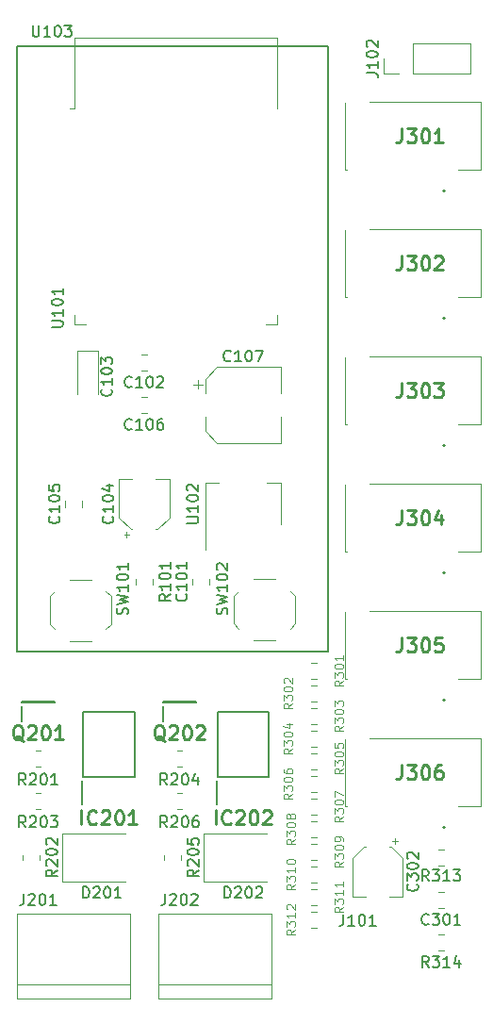
<source format=gbr>
%TF.GenerationSoftware,KiCad,Pcbnew,(5.1.10)-1*%
%TF.CreationDate,2021-10-16T09:54:26+02:00*%
%TF.ProjectId,Teleinfo,54656c65-696e-4666-9f2e-6b696361645f,rev?*%
%TF.SameCoordinates,Original*%
%TF.FileFunction,Legend,Top*%
%TF.FilePolarity,Positive*%
%FSLAX46Y46*%
G04 Gerber Fmt 4.6, Leading zero omitted, Abs format (unit mm)*
G04 Created by KiCad (PCBNEW (5.1.10)-1) date 2021-10-16 09:54:26*
%MOMM*%
%LPD*%
G01*
G04 APERTURE LIST*
%ADD10C,0.127000*%
%ADD11C,0.120000*%
%ADD12C,0.200000*%
%ADD13C,0.100000*%
%ADD14C,0.150000*%
%ADD15C,0.254000*%
G04 APERTURE END LIST*
D10*
%TO.C,U103*%
X55900000Y-108530000D02*
X55900000Y-54130000D01*
X55900000Y-54130000D02*
X83800000Y-54130000D01*
X83800000Y-54130000D02*
X83800000Y-108530000D01*
X83800000Y-108530000D02*
X55900000Y-108530000D01*
D11*
%TO.C,R314*%
X93752936Y-133885000D02*
X94207064Y-133885000D01*
X93752936Y-135355000D02*
X94207064Y-135355000D01*
%TO.C,R313*%
X94207064Y-127735000D02*
X93752936Y-127735000D01*
X94207064Y-126265000D02*
X93752936Y-126265000D01*
%TO.C,R310*%
X82777064Y-129259000D02*
X82322936Y-129259000D01*
X82777064Y-127789000D02*
X82322936Y-127789000D01*
%TO.C,R309*%
X82777064Y-127227000D02*
X82322936Y-127227000D01*
X82777064Y-125757000D02*
X82322936Y-125757000D01*
%TO.C,R308*%
X82777064Y-125195000D02*
X82322936Y-125195000D01*
X82777064Y-123725000D02*
X82322936Y-123725000D01*
%TO.C,R307*%
X82777064Y-123163000D02*
X82322936Y-123163000D01*
X82777064Y-121693000D02*
X82322936Y-121693000D01*
D12*
%TO.C,Q202*%
X68985000Y-114730000D02*
X68985000Y-113430000D01*
X71945000Y-113080000D02*
X69025000Y-113080000D01*
X71945000Y-112980000D02*
X71945000Y-113080000D01*
X69025000Y-112980000D02*
X71945000Y-112980000D01*
X69025000Y-113080000D02*
X69025000Y-112980000D01*
%TO.C,Q201*%
X56285000Y-114730000D02*
X56285000Y-113430000D01*
X59245000Y-113080000D02*
X56325000Y-113080000D01*
X59245000Y-112980000D02*
X59245000Y-113080000D01*
X56325000Y-112980000D02*
X59245000Y-112980000D01*
X56325000Y-113080000D02*
X56325000Y-112980000D01*
%TO.C,IC202*%
X73805000Y-122190000D02*
X73805000Y-120090000D01*
X78500000Y-119740000D02*
X73900000Y-119740000D01*
X78500000Y-113940000D02*
X78500000Y-119740000D01*
X73900000Y-113940000D02*
X78500000Y-113940000D01*
X73900000Y-119740000D02*
X73900000Y-113940000D01*
%TO.C,IC201*%
X61740000Y-122190000D02*
X61740000Y-120090000D01*
X66435000Y-119740000D02*
X61835000Y-119740000D01*
X66435000Y-113940000D02*
X66435000Y-119740000D01*
X61835000Y-113940000D02*
X66435000Y-113940000D01*
X61835000Y-119740000D02*
X61835000Y-113940000D01*
%TO.C,J301*%
X94140000Y-67130000D02*
X94140000Y-67130000D01*
X94340000Y-67130000D02*
X94340000Y-67130000D01*
D13*
X85340000Y-65280000D02*
X85340000Y-59230000D01*
X85540000Y-65280000D02*
X85340000Y-65280000D01*
X97540000Y-59180000D02*
X87540000Y-59180000D01*
X97540000Y-59230000D02*
X97540000Y-59180000D01*
X97540000Y-65230000D02*
X97540000Y-59230000D01*
X95540000Y-65280000D02*
X97540000Y-65230000D01*
D12*
X94140000Y-67130000D02*
G75*
G03*
X94340000Y-67130000I100000J0D01*
G01*
X94340000Y-67130000D02*
G75*
G03*
X94140000Y-67130000I-100000J0D01*
G01*
%TO.C,J306*%
X94140000Y-124280000D02*
X94140000Y-124280000D01*
X94340000Y-124280000D02*
X94340000Y-124280000D01*
D13*
X85340000Y-122430000D02*
X85340000Y-116380000D01*
X85540000Y-122430000D02*
X85340000Y-122430000D01*
X97540000Y-116330000D02*
X87540000Y-116330000D01*
X97540000Y-116380000D02*
X97540000Y-116330000D01*
X97540000Y-122380000D02*
X97540000Y-116380000D01*
X95540000Y-122430000D02*
X97540000Y-122380000D01*
D12*
X94140000Y-124280000D02*
G75*
G03*
X94340000Y-124280000I100000J0D01*
G01*
X94340000Y-124280000D02*
G75*
G03*
X94140000Y-124280000I-100000J0D01*
G01*
%TO.C,J305*%
X94140000Y-112850000D02*
X94140000Y-112850000D01*
X94340000Y-112850000D02*
X94340000Y-112850000D01*
D13*
X85340000Y-111000000D02*
X85340000Y-104950000D01*
X85540000Y-111000000D02*
X85340000Y-111000000D01*
X97540000Y-104900000D02*
X87540000Y-104900000D01*
X97540000Y-104950000D02*
X97540000Y-104900000D01*
X97540000Y-110950000D02*
X97540000Y-104950000D01*
X95540000Y-111000000D02*
X97540000Y-110950000D01*
D12*
X94140000Y-112850000D02*
G75*
G03*
X94340000Y-112850000I100000J0D01*
G01*
X94340000Y-112850000D02*
G75*
G03*
X94140000Y-112850000I-100000J0D01*
G01*
%TO.C,J304*%
X94140000Y-101420000D02*
X94140000Y-101420000D01*
X94340000Y-101420000D02*
X94340000Y-101420000D01*
D13*
X85340000Y-99570000D02*
X85340000Y-93520000D01*
X85540000Y-99570000D02*
X85340000Y-99570000D01*
X97540000Y-93470000D02*
X87540000Y-93470000D01*
X97540000Y-93520000D02*
X97540000Y-93470000D01*
X97540000Y-99520000D02*
X97540000Y-93520000D01*
X95540000Y-99570000D02*
X97540000Y-99520000D01*
D12*
X94140000Y-101420000D02*
G75*
G03*
X94340000Y-101420000I100000J0D01*
G01*
X94340000Y-101420000D02*
G75*
G03*
X94140000Y-101420000I-100000J0D01*
G01*
%TO.C,J303*%
X94140000Y-89990000D02*
X94140000Y-89990000D01*
X94340000Y-89990000D02*
X94340000Y-89990000D01*
D13*
X85340000Y-88140000D02*
X85340000Y-82090000D01*
X85540000Y-88140000D02*
X85340000Y-88140000D01*
X97540000Y-82040000D02*
X87540000Y-82040000D01*
X97540000Y-82090000D02*
X97540000Y-82040000D01*
X97540000Y-88090000D02*
X97540000Y-82090000D01*
X95540000Y-88140000D02*
X97540000Y-88090000D01*
D12*
X94140000Y-89990000D02*
G75*
G03*
X94340000Y-89990000I100000J0D01*
G01*
X94340000Y-89990000D02*
G75*
G03*
X94140000Y-89990000I-100000J0D01*
G01*
%TO.C,J302*%
X94140000Y-78560000D02*
X94140000Y-78560000D01*
X94340000Y-78560000D02*
X94340000Y-78560000D01*
D13*
X85340000Y-76710000D02*
X85340000Y-70660000D01*
X85540000Y-76710000D02*
X85340000Y-76710000D01*
X97540000Y-70610000D02*
X87540000Y-70610000D01*
X97540000Y-70660000D02*
X97540000Y-70610000D01*
X97540000Y-76660000D02*
X97540000Y-70660000D01*
X95540000Y-76710000D02*
X97540000Y-76660000D01*
D12*
X94140000Y-78560000D02*
G75*
G03*
X94340000Y-78560000I100000J0D01*
G01*
X94340000Y-78560000D02*
G75*
G03*
X94140000Y-78560000I-100000J0D01*
G01*
D11*
%TO.C,C302*%
X86005000Y-130530000D02*
X87205000Y-130530000D01*
X90525000Y-130530000D02*
X89325000Y-130530000D01*
X90525000Y-127074437D02*
X90525000Y-130530000D01*
X86005000Y-127074437D02*
X86005000Y-130530000D01*
X87069437Y-126010000D02*
X87205000Y-126010000D01*
X89460563Y-126010000D02*
X89325000Y-126010000D01*
X89460563Y-126010000D02*
X90525000Y-127074437D01*
X87069437Y-126010000D02*
X86005000Y-127074437D01*
X89825000Y-125270000D02*
X89825000Y-125770000D01*
X90075000Y-125520000D02*
X89575000Y-125520000D01*
%TO.C,C103*%
X61295000Y-81510000D02*
X61295000Y-85420000D01*
X63165000Y-81510000D02*
X61295000Y-81510000D01*
X63165000Y-85420000D02*
X63165000Y-81510000D01*
%TO.C,R312*%
X82777064Y-131853000D02*
X82322936Y-131853000D01*
X82777064Y-133323000D02*
X82322936Y-133323000D01*
%TO.C,R311*%
X82777064Y-129821000D02*
X82322936Y-129821000D01*
X82777064Y-131291000D02*
X82322936Y-131291000D01*
%TO.C,R306*%
X82777064Y-119661000D02*
X82322936Y-119661000D01*
X82777064Y-121131000D02*
X82322936Y-121131000D01*
%TO.C,R305*%
X82777064Y-117629000D02*
X82322936Y-117629000D01*
X82777064Y-119099000D02*
X82322936Y-119099000D01*
%TO.C,R304*%
X82777064Y-115597000D02*
X82322936Y-115597000D01*
X82777064Y-117067000D02*
X82322936Y-117067000D01*
%TO.C,R303*%
X82777064Y-113565000D02*
X82322936Y-113565000D01*
X82777064Y-115035000D02*
X82322936Y-115035000D01*
%TO.C,R302*%
X82777064Y-111533000D02*
X82322936Y-111533000D01*
X82777064Y-113003000D02*
X82322936Y-113003000D01*
%TO.C,C107*%
X72156250Y-84118750D02*
X72156250Y-84906250D01*
X71762500Y-84512500D02*
X72550000Y-84512500D01*
X72790000Y-88705563D02*
X73854437Y-89770000D01*
X72790000Y-84014437D02*
X73854437Y-82950000D01*
X72790000Y-84014437D02*
X72790000Y-85300000D01*
X72790000Y-88705563D02*
X72790000Y-87420000D01*
X73854437Y-89770000D02*
X79610000Y-89770000D01*
X73854437Y-82950000D02*
X79610000Y-82950000D01*
X79610000Y-82950000D02*
X79610000Y-85300000D01*
X79610000Y-89770000D02*
X79610000Y-87420000D01*
%TO.C,J102*%
X96580000Y-56575000D02*
X96580000Y-53915000D01*
X91440000Y-56575000D02*
X96580000Y-56575000D01*
X91440000Y-53915000D02*
X96580000Y-53915000D01*
X91440000Y-56575000D02*
X91440000Y-53915000D01*
X90170000Y-56575000D02*
X88840000Y-56575000D01*
X88840000Y-56575000D02*
X88840000Y-55245000D01*
%TO.C,C104*%
X69570000Y-92990000D02*
X68370000Y-92990000D01*
X65050000Y-92990000D02*
X66250000Y-92990000D01*
X65050000Y-96445563D02*
X65050000Y-92990000D01*
X69570000Y-96445563D02*
X69570000Y-92990000D01*
X68505563Y-97510000D02*
X68370000Y-97510000D01*
X66114437Y-97510000D02*
X66250000Y-97510000D01*
X66114437Y-97510000D02*
X65050000Y-96445563D01*
X68505563Y-97510000D02*
X69570000Y-96445563D01*
X65750000Y-98250000D02*
X65750000Y-97750000D01*
X65500000Y-98000000D02*
X66000000Y-98000000D01*
%TO.C,R101*%
X66575000Y-102462064D02*
X66575000Y-102007936D01*
X68045000Y-102462064D02*
X68045000Y-102007936D01*
%TO.C,C106*%
X67048748Y-85625000D02*
X67571252Y-85625000D01*
X67048748Y-87095000D02*
X67571252Y-87095000D01*
%TO.C,C105*%
X60225000Y-95511252D02*
X60225000Y-94988748D01*
X61695000Y-95511252D02*
X61695000Y-94988748D01*
%TO.C,C101*%
X71655000Y-102496252D02*
X71655000Y-101973748D01*
X73125000Y-102496252D02*
X73125000Y-101973748D01*
%TO.C,C102*%
X67048748Y-81815000D02*
X67571252Y-81815000D01*
X67048748Y-83285000D02*
X67571252Y-83285000D01*
%TO.C,U102*%
X79610000Y-93340000D02*
X78350000Y-93340000D01*
X72790000Y-93340000D02*
X74050000Y-93340000D01*
X79610000Y-97100000D02*
X79610000Y-93340000D01*
X72790000Y-99350000D02*
X72790000Y-93340000D01*
%TO.C,SW101*%
X63890000Y-106500000D02*
X64340000Y-106050000D01*
X63890000Y-103100000D02*
X64340000Y-103550000D01*
X59290000Y-103100000D02*
X58840000Y-103550000D01*
X59290000Y-106500000D02*
X58840000Y-106050000D01*
X60590000Y-102050000D02*
X62590000Y-102050000D01*
X64340000Y-106050000D02*
X64340000Y-103550000D01*
X60590000Y-107550000D02*
X62590000Y-107550000D01*
X58840000Y-106050000D02*
X58840000Y-103550000D01*
%TO.C,SW102*%
X80410000Y-106450000D02*
X80860000Y-106000000D01*
X80410000Y-103050000D02*
X80860000Y-103500000D01*
X75810000Y-103050000D02*
X75360000Y-103500000D01*
X75810000Y-106450000D02*
X75360000Y-106000000D01*
X77110000Y-102000000D02*
X79110000Y-102000000D01*
X80860000Y-106000000D02*
X80860000Y-103500000D01*
X77110000Y-107500000D02*
X79110000Y-107500000D01*
X75360000Y-106000000D02*
X75360000Y-103500000D01*
%TO.C,R301*%
X82777064Y-110971000D02*
X82322936Y-110971000D01*
X82777064Y-109501000D02*
X82322936Y-109501000D01*
%TO.C,C301*%
X93718748Y-130075000D02*
X94241252Y-130075000D01*
X93718748Y-131545000D02*
X94241252Y-131545000D01*
%TO.C,D202*%
X72650000Y-124850000D02*
X78350000Y-124850000D01*
X72650000Y-129150000D02*
X78350000Y-129150000D01*
X72650000Y-124850000D02*
X72650000Y-129150000D01*
%TO.C,D201*%
X59950000Y-124850000D02*
X65650000Y-124850000D01*
X59950000Y-129150000D02*
X65650000Y-129150000D01*
X59950000Y-124850000D02*
X59950000Y-129150000D01*
%TO.C,R204*%
X70712064Y-118845000D02*
X70257936Y-118845000D01*
X70712064Y-117375000D02*
X70257936Y-117375000D01*
%TO.C,R206*%
X70257936Y-121185000D02*
X70712064Y-121185000D01*
X70257936Y-122655000D02*
X70712064Y-122655000D01*
%TO.C,R205*%
X70585000Y-127227064D02*
X70585000Y-126772936D01*
X69115000Y-127227064D02*
X69115000Y-126772936D01*
%TO.C,R201*%
X58012064Y-118845000D02*
X57557936Y-118845000D01*
X58012064Y-117375000D02*
X57557936Y-117375000D01*
%TO.C,R203*%
X57557936Y-121185000D02*
X58012064Y-121185000D01*
X57557936Y-122655000D02*
X58012064Y-122655000D01*
%TO.C,R202*%
X56415000Y-127227064D02*
X56415000Y-126772936D01*
X57885000Y-127227064D02*
X57885000Y-126772936D01*
%TO.C,J202*%
X78740000Y-138430000D02*
X68580000Y-138430000D01*
X78740000Y-139700000D02*
X78740000Y-132080000D01*
X78740000Y-132080000D02*
X68580000Y-132080000D01*
X68580000Y-132080000D02*
X68580000Y-139700000D01*
X68580000Y-139700000D02*
X78740000Y-139700000D01*
%TO.C,J201*%
X66040000Y-138430000D02*
X55880000Y-138430000D01*
X66040000Y-139700000D02*
X66040000Y-132080000D01*
X66040000Y-132080000D02*
X55880000Y-132080000D01*
X55880000Y-132080000D02*
X55880000Y-139700000D01*
X55880000Y-139700000D02*
X66040000Y-139700000D01*
%TO.C,U101*%
X61035000Y-59770000D02*
X60655000Y-59770000D01*
X61035000Y-53350000D02*
X61035000Y-59770000D01*
X79275000Y-53350000D02*
X79275000Y-59770000D01*
X61035000Y-53350000D02*
X79275000Y-53350000D01*
X79275000Y-79095000D02*
X78275000Y-79095000D01*
X79275000Y-78315000D02*
X79275000Y-79095000D01*
X61035000Y-79095000D02*
X62035000Y-79095000D01*
X61035000Y-78315000D02*
X61035000Y-79095000D01*
%TO.C,U103*%
D14*
X57305877Y-52286124D02*
X57305877Y-53095960D01*
X57353515Y-53191235D01*
X57401152Y-53238873D01*
X57496427Y-53286510D01*
X57686977Y-53286510D01*
X57782251Y-53238873D01*
X57829889Y-53191235D01*
X57877526Y-53095960D01*
X57877526Y-52286124D01*
X58877912Y-53286510D02*
X58306263Y-53286510D01*
X58592088Y-53286510D02*
X58592088Y-52286124D01*
X58496813Y-52429036D01*
X58401538Y-52524311D01*
X58306263Y-52571949D01*
X59497199Y-52286124D02*
X59592474Y-52286124D01*
X59687749Y-52333762D01*
X59735386Y-52381399D01*
X59783023Y-52476674D01*
X59830661Y-52667224D01*
X59830661Y-52905411D01*
X59783023Y-53095960D01*
X59735386Y-53191235D01*
X59687749Y-53238873D01*
X59592474Y-53286510D01*
X59497199Y-53286510D01*
X59401924Y-53238873D01*
X59354287Y-53191235D01*
X59306649Y-53095960D01*
X59259012Y-52905411D01*
X59259012Y-52667224D01*
X59306649Y-52476674D01*
X59354287Y-52381399D01*
X59401924Y-52333762D01*
X59497199Y-52286124D01*
X60164123Y-52286124D02*
X60783409Y-52286124D01*
X60449947Y-52667224D01*
X60592860Y-52667224D01*
X60688135Y-52714861D01*
X60735772Y-52762498D01*
X60783409Y-52857773D01*
X60783409Y-53095960D01*
X60735772Y-53191235D01*
X60688135Y-53238873D01*
X60592860Y-53286510D01*
X60307035Y-53286510D01*
X60211760Y-53238873D01*
X60164123Y-53191235D01*
%TO.C,R314*%
X92860952Y-136850380D02*
X92527619Y-136374190D01*
X92289523Y-136850380D02*
X92289523Y-135850380D01*
X92670476Y-135850380D01*
X92765714Y-135898000D01*
X92813333Y-135945619D01*
X92860952Y-136040857D01*
X92860952Y-136183714D01*
X92813333Y-136278952D01*
X92765714Y-136326571D01*
X92670476Y-136374190D01*
X92289523Y-136374190D01*
X93194285Y-135850380D02*
X93813333Y-135850380D01*
X93480000Y-136231333D01*
X93622857Y-136231333D01*
X93718095Y-136278952D01*
X93765714Y-136326571D01*
X93813333Y-136421809D01*
X93813333Y-136659904D01*
X93765714Y-136755142D01*
X93718095Y-136802761D01*
X93622857Y-136850380D01*
X93337142Y-136850380D01*
X93241904Y-136802761D01*
X93194285Y-136755142D01*
X94765714Y-136850380D02*
X94194285Y-136850380D01*
X94480000Y-136850380D02*
X94480000Y-135850380D01*
X94384761Y-135993238D01*
X94289523Y-136088476D01*
X94194285Y-136136095D01*
X95622857Y-136183714D02*
X95622857Y-136850380D01*
X95384761Y-135802761D02*
X95146666Y-136517047D01*
X95765714Y-136517047D01*
%TO.C,R313*%
X92860952Y-129102380D02*
X92527619Y-128626190D01*
X92289523Y-129102380D02*
X92289523Y-128102380D01*
X92670476Y-128102380D01*
X92765714Y-128150000D01*
X92813333Y-128197619D01*
X92860952Y-128292857D01*
X92860952Y-128435714D01*
X92813333Y-128530952D01*
X92765714Y-128578571D01*
X92670476Y-128626190D01*
X92289523Y-128626190D01*
X93194285Y-128102380D02*
X93813333Y-128102380D01*
X93480000Y-128483333D01*
X93622857Y-128483333D01*
X93718095Y-128530952D01*
X93765714Y-128578571D01*
X93813333Y-128673809D01*
X93813333Y-128911904D01*
X93765714Y-129007142D01*
X93718095Y-129054761D01*
X93622857Y-129102380D01*
X93337142Y-129102380D01*
X93241904Y-129054761D01*
X93194285Y-129007142D01*
X94765714Y-129102380D02*
X94194285Y-129102380D01*
X94480000Y-129102380D02*
X94480000Y-128102380D01*
X94384761Y-128245238D01*
X94289523Y-128340476D01*
X94194285Y-128388095D01*
X95099047Y-128102380D02*
X95718095Y-128102380D01*
X95384761Y-128483333D01*
X95527619Y-128483333D01*
X95622857Y-128530952D01*
X95670476Y-128578571D01*
X95718095Y-128673809D01*
X95718095Y-128911904D01*
X95670476Y-129007142D01*
X95622857Y-129054761D01*
X95527619Y-129102380D01*
X95241904Y-129102380D01*
X95146666Y-129054761D01*
X95099047Y-129007142D01*
%TO.C,R310*%
D13*
X80879904Y-129419238D02*
X80498952Y-129685904D01*
X80879904Y-129876380D02*
X80079904Y-129876380D01*
X80079904Y-129571619D01*
X80118000Y-129495428D01*
X80156095Y-129457333D01*
X80232285Y-129419238D01*
X80346571Y-129419238D01*
X80422761Y-129457333D01*
X80460857Y-129495428D01*
X80498952Y-129571619D01*
X80498952Y-129876380D01*
X80079904Y-129152571D02*
X80079904Y-128657333D01*
X80384666Y-128924000D01*
X80384666Y-128809714D01*
X80422761Y-128733523D01*
X80460857Y-128695428D01*
X80537047Y-128657333D01*
X80727523Y-128657333D01*
X80803714Y-128695428D01*
X80841809Y-128733523D01*
X80879904Y-128809714D01*
X80879904Y-129038285D01*
X80841809Y-129114476D01*
X80803714Y-129152571D01*
X80879904Y-127895428D02*
X80879904Y-128352571D01*
X80879904Y-128124000D02*
X80079904Y-128124000D01*
X80194190Y-128200190D01*
X80270380Y-128276380D01*
X80308476Y-128352571D01*
X80079904Y-127400190D02*
X80079904Y-127324000D01*
X80118000Y-127247809D01*
X80156095Y-127209714D01*
X80232285Y-127171619D01*
X80384666Y-127133523D01*
X80575142Y-127133523D01*
X80727523Y-127171619D01*
X80803714Y-127209714D01*
X80841809Y-127247809D01*
X80879904Y-127324000D01*
X80879904Y-127400190D01*
X80841809Y-127476380D01*
X80803714Y-127514476D01*
X80727523Y-127552571D01*
X80575142Y-127590666D01*
X80384666Y-127590666D01*
X80232285Y-127552571D01*
X80156095Y-127514476D01*
X80118000Y-127476380D01*
X80079904Y-127400190D01*
%TO.C,R309*%
X85197904Y-127387238D02*
X84816952Y-127653904D01*
X85197904Y-127844380D02*
X84397904Y-127844380D01*
X84397904Y-127539619D01*
X84436000Y-127463428D01*
X84474095Y-127425333D01*
X84550285Y-127387238D01*
X84664571Y-127387238D01*
X84740761Y-127425333D01*
X84778857Y-127463428D01*
X84816952Y-127539619D01*
X84816952Y-127844380D01*
X84397904Y-127120571D02*
X84397904Y-126625333D01*
X84702666Y-126892000D01*
X84702666Y-126777714D01*
X84740761Y-126701523D01*
X84778857Y-126663428D01*
X84855047Y-126625333D01*
X85045523Y-126625333D01*
X85121714Y-126663428D01*
X85159809Y-126701523D01*
X85197904Y-126777714D01*
X85197904Y-127006285D01*
X85159809Y-127082476D01*
X85121714Y-127120571D01*
X84397904Y-126130095D02*
X84397904Y-126053904D01*
X84436000Y-125977714D01*
X84474095Y-125939619D01*
X84550285Y-125901523D01*
X84702666Y-125863428D01*
X84893142Y-125863428D01*
X85045523Y-125901523D01*
X85121714Y-125939619D01*
X85159809Y-125977714D01*
X85197904Y-126053904D01*
X85197904Y-126130095D01*
X85159809Y-126206285D01*
X85121714Y-126244380D01*
X85045523Y-126282476D01*
X84893142Y-126320571D01*
X84702666Y-126320571D01*
X84550285Y-126282476D01*
X84474095Y-126244380D01*
X84436000Y-126206285D01*
X84397904Y-126130095D01*
X85197904Y-125482476D02*
X85197904Y-125330095D01*
X85159809Y-125253904D01*
X85121714Y-125215809D01*
X85007428Y-125139619D01*
X84855047Y-125101523D01*
X84550285Y-125101523D01*
X84474095Y-125139619D01*
X84436000Y-125177714D01*
X84397904Y-125253904D01*
X84397904Y-125406285D01*
X84436000Y-125482476D01*
X84474095Y-125520571D01*
X84550285Y-125558666D01*
X84740761Y-125558666D01*
X84816952Y-125520571D01*
X84855047Y-125482476D01*
X84893142Y-125406285D01*
X84893142Y-125253904D01*
X84855047Y-125177714D01*
X84816952Y-125139619D01*
X84740761Y-125101523D01*
%TO.C,R308*%
X80879904Y-125355238D02*
X80498952Y-125621904D01*
X80879904Y-125812380D02*
X80079904Y-125812380D01*
X80079904Y-125507619D01*
X80118000Y-125431428D01*
X80156095Y-125393333D01*
X80232285Y-125355238D01*
X80346571Y-125355238D01*
X80422761Y-125393333D01*
X80460857Y-125431428D01*
X80498952Y-125507619D01*
X80498952Y-125812380D01*
X80079904Y-125088571D02*
X80079904Y-124593333D01*
X80384666Y-124860000D01*
X80384666Y-124745714D01*
X80422761Y-124669523D01*
X80460857Y-124631428D01*
X80537047Y-124593333D01*
X80727523Y-124593333D01*
X80803714Y-124631428D01*
X80841809Y-124669523D01*
X80879904Y-124745714D01*
X80879904Y-124974285D01*
X80841809Y-125050476D01*
X80803714Y-125088571D01*
X80079904Y-124098095D02*
X80079904Y-124021904D01*
X80118000Y-123945714D01*
X80156095Y-123907619D01*
X80232285Y-123869523D01*
X80384666Y-123831428D01*
X80575142Y-123831428D01*
X80727523Y-123869523D01*
X80803714Y-123907619D01*
X80841809Y-123945714D01*
X80879904Y-124021904D01*
X80879904Y-124098095D01*
X80841809Y-124174285D01*
X80803714Y-124212380D01*
X80727523Y-124250476D01*
X80575142Y-124288571D01*
X80384666Y-124288571D01*
X80232285Y-124250476D01*
X80156095Y-124212380D01*
X80118000Y-124174285D01*
X80079904Y-124098095D01*
X80422761Y-123374285D02*
X80384666Y-123450476D01*
X80346571Y-123488571D01*
X80270380Y-123526666D01*
X80232285Y-123526666D01*
X80156095Y-123488571D01*
X80118000Y-123450476D01*
X80079904Y-123374285D01*
X80079904Y-123221904D01*
X80118000Y-123145714D01*
X80156095Y-123107619D01*
X80232285Y-123069523D01*
X80270380Y-123069523D01*
X80346571Y-123107619D01*
X80384666Y-123145714D01*
X80422761Y-123221904D01*
X80422761Y-123374285D01*
X80460857Y-123450476D01*
X80498952Y-123488571D01*
X80575142Y-123526666D01*
X80727523Y-123526666D01*
X80803714Y-123488571D01*
X80841809Y-123450476D01*
X80879904Y-123374285D01*
X80879904Y-123221904D01*
X80841809Y-123145714D01*
X80803714Y-123107619D01*
X80727523Y-123069523D01*
X80575142Y-123069523D01*
X80498952Y-123107619D01*
X80460857Y-123145714D01*
X80422761Y-123221904D01*
%TO.C,R307*%
X85197904Y-123323238D02*
X84816952Y-123589904D01*
X85197904Y-123780380D02*
X84397904Y-123780380D01*
X84397904Y-123475619D01*
X84436000Y-123399428D01*
X84474095Y-123361333D01*
X84550285Y-123323238D01*
X84664571Y-123323238D01*
X84740761Y-123361333D01*
X84778857Y-123399428D01*
X84816952Y-123475619D01*
X84816952Y-123780380D01*
X84397904Y-123056571D02*
X84397904Y-122561333D01*
X84702666Y-122828000D01*
X84702666Y-122713714D01*
X84740761Y-122637523D01*
X84778857Y-122599428D01*
X84855047Y-122561333D01*
X85045523Y-122561333D01*
X85121714Y-122599428D01*
X85159809Y-122637523D01*
X85197904Y-122713714D01*
X85197904Y-122942285D01*
X85159809Y-123018476D01*
X85121714Y-123056571D01*
X84397904Y-122066095D02*
X84397904Y-121989904D01*
X84436000Y-121913714D01*
X84474095Y-121875619D01*
X84550285Y-121837523D01*
X84702666Y-121799428D01*
X84893142Y-121799428D01*
X85045523Y-121837523D01*
X85121714Y-121875619D01*
X85159809Y-121913714D01*
X85197904Y-121989904D01*
X85197904Y-122066095D01*
X85159809Y-122142285D01*
X85121714Y-122180380D01*
X85045523Y-122218476D01*
X84893142Y-122256571D01*
X84702666Y-122256571D01*
X84550285Y-122218476D01*
X84474095Y-122180380D01*
X84436000Y-122142285D01*
X84397904Y-122066095D01*
X84397904Y-121532761D02*
X84397904Y-120999428D01*
X85197904Y-121342285D01*
%TO.C,Q202*%
D15*
X69154523Y-116519476D02*
X69033571Y-116459000D01*
X68912619Y-116338047D01*
X68731190Y-116156619D01*
X68610238Y-116096142D01*
X68489285Y-116096142D01*
X68549761Y-116398523D02*
X68428809Y-116338047D01*
X68307857Y-116217095D01*
X68247380Y-115975190D01*
X68247380Y-115551857D01*
X68307857Y-115309952D01*
X68428809Y-115189000D01*
X68549761Y-115128523D01*
X68791666Y-115128523D01*
X68912619Y-115189000D01*
X69033571Y-115309952D01*
X69094047Y-115551857D01*
X69094047Y-115975190D01*
X69033571Y-116217095D01*
X68912619Y-116338047D01*
X68791666Y-116398523D01*
X68549761Y-116398523D01*
X69577857Y-115249476D02*
X69638333Y-115189000D01*
X69759285Y-115128523D01*
X70061666Y-115128523D01*
X70182619Y-115189000D01*
X70243095Y-115249476D01*
X70303571Y-115370428D01*
X70303571Y-115491380D01*
X70243095Y-115672809D01*
X69517380Y-116398523D01*
X70303571Y-116398523D01*
X71089761Y-115128523D02*
X71210714Y-115128523D01*
X71331666Y-115189000D01*
X71392142Y-115249476D01*
X71452619Y-115370428D01*
X71513095Y-115612333D01*
X71513095Y-115914714D01*
X71452619Y-116156619D01*
X71392142Y-116277571D01*
X71331666Y-116338047D01*
X71210714Y-116398523D01*
X71089761Y-116398523D01*
X70968809Y-116338047D01*
X70908333Y-116277571D01*
X70847857Y-116156619D01*
X70787380Y-115914714D01*
X70787380Y-115612333D01*
X70847857Y-115370428D01*
X70908333Y-115249476D01*
X70968809Y-115189000D01*
X71089761Y-115128523D01*
X71996904Y-115249476D02*
X72057380Y-115189000D01*
X72178333Y-115128523D01*
X72480714Y-115128523D01*
X72601666Y-115189000D01*
X72662142Y-115249476D01*
X72722619Y-115370428D01*
X72722619Y-115491380D01*
X72662142Y-115672809D01*
X71936428Y-116398523D01*
X72722619Y-116398523D01*
%TO.C,Q201*%
X56454523Y-116519476D02*
X56333571Y-116459000D01*
X56212619Y-116338047D01*
X56031190Y-116156619D01*
X55910238Y-116096142D01*
X55789285Y-116096142D01*
X55849761Y-116398523D02*
X55728809Y-116338047D01*
X55607857Y-116217095D01*
X55547380Y-115975190D01*
X55547380Y-115551857D01*
X55607857Y-115309952D01*
X55728809Y-115189000D01*
X55849761Y-115128523D01*
X56091666Y-115128523D01*
X56212619Y-115189000D01*
X56333571Y-115309952D01*
X56394047Y-115551857D01*
X56394047Y-115975190D01*
X56333571Y-116217095D01*
X56212619Y-116338047D01*
X56091666Y-116398523D01*
X55849761Y-116398523D01*
X56877857Y-115249476D02*
X56938333Y-115189000D01*
X57059285Y-115128523D01*
X57361666Y-115128523D01*
X57482619Y-115189000D01*
X57543095Y-115249476D01*
X57603571Y-115370428D01*
X57603571Y-115491380D01*
X57543095Y-115672809D01*
X56817380Y-116398523D01*
X57603571Y-116398523D01*
X58389761Y-115128523D02*
X58510714Y-115128523D01*
X58631666Y-115189000D01*
X58692142Y-115249476D01*
X58752619Y-115370428D01*
X58813095Y-115612333D01*
X58813095Y-115914714D01*
X58752619Y-116156619D01*
X58692142Y-116277571D01*
X58631666Y-116338047D01*
X58510714Y-116398523D01*
X58389761Y-116398523D01*
X58268809Y-116338047D01*
X58208333Y-116277571D01*
X58147857Y-116156619D01*
X58087380Y-115914714D01*
X58087380Y-115612333D01*
X58147857Y-115370428D01*
X58208333Y-115249476D01*
X58268809Y-115189000D01*
X58389761Y-115128523D01*
X60022619Y-116398523D02*
X59296904Y-116398523D01*
X59659761Y-116398523D02*
X59659761Y-115128523D01*
X59538809Y-115309952D01*
X59417857Y-115430904D01*
X59296904Y-115491380D01*
%TO.C,IC202*%
X73750714Y-124018523D02*
X73750714Y-122748523D01*
X75081190Y-123897571D02*
X75020714Y-123958047D01*
X74839285Y-124018523D01*
X74718333Y-124018523D01*
X74536904Y-123958047D01*
X74415952Y-123837095D01*
X74355476Y-123716142D01*
X74295000Y-123474238D01*
X74295000Y-123292809D01*
X74355476Y-123050904D01*
X74415952Y-122929952D01*
X74536904Y-122809000D01*
X74718333Y-122748523D01*
X74839285Y-122748523D01*
X75020714Y-122809000D01*
X75081190Y-122869476D01*
X75565000Y-122869476D02*
X75625476Y-122809000D01*
X75746428Y-122748523D01*
X76048809Y-122748523D01*
X76169761Y-122809000D01*
X76230238Y-122869476D01*
X76290714Y-122990428D01*
X76290714Y-123111380D01*
X76230238Y-123292809D01*
X75504523Y-124018523D01*
X76290714Y-124018523D01*
X77076904Y-122748523D02*
X77197857Y-122748523D01*
X77318809Y-122809000D01*
X77379285Y-122869476D01*
X77439761Y-122990428D01*
X77500238Y-123232333D01*
X77500238Y-123534714D01*
X77439761Y-123776619D01*
X77379285Y-123897571D01*
X77318809Y-123958047D01*
X77197857Y-124018523D01*
X77076904Y-124018523D01*
X76955952Y-123958047D01*
X76895476Y-123897571D01*
X76835000Y-123776619D01*
X76774523Y-123534714D01*
X76774523Y-123232333D01*
X76835000Y-122990428D01*
X76895476Y-122869476D01*
X76955952Y-122809000D01*
X77076904Y-122748523D01*
X77984047Y-122869476D02*
X78044523Y-122809000D01*
X78165476Y-122748523D01*
X78467857Y-122748523D01*
X78588809Y-122809000D01*
X78649285Y-122869476D01*
X78709761Y-122990428D01*
X78709761Y-123111380D01*
X78649285Y-123292809D01*
X77923571Y-124018523D01*
X78709761Y-124018523D01*
%TO.C,IC201*%
X61685714Y-124018523D02*
X61685714Y-122748523D01*
X63016190Y-123897571D02*
X62955714Y-123958047D01*
X62774285Y-124018523D01*
X62653333Y-124018523D01*
X62471904Y-123958047D01*
X62350952Y-123837095D01*
X62290476Y-123716142D01*
X62230000Y-123474238D01*
X62230000Y-123292809D01*
X62290476Y-123050904D01*
X62350952Y-122929952D01*
X62471904Y-122809000D01*
X62653333Y-122748523D01*
X62774285Y-122748523D01*
X62955714Y-122809000D01*
X63016190Y-122869476D01*
X63500000Y-122869476D02*
X63560476Y-122809000D01*
X63681428Y-122748523D01*
X63983809Y-122748523D01*
X64104761Y-122809000D01*
X64165238Y-122869476D01*
X64225714Y-122990428D01*
X64225714Y-123111380D01*
X64165238Y-123292809D01*
X63439523Y-124018523D01*
X64225714Y-124018523D01*
X65011904Y-122748523D02*
X65132857Y-122748523D01*
X65253809Y-122809000D01*
X65314285Y-122869476D01*
X65374761Y-122990428D01*
X65435238Y-123232333D01*
X65435238Y-123534714D01*
X65374761Y-123776619D01*
X65314285Y-123897571D01*
X65253809Y-123958047D01*
X65132857Y-124018523D01*
X65011904Y-124018523D01*
X64890952Y-123958047D01*
X64830476Y-123897571D01*
X64770000Y-123776619D01*
X64709523Y-123534714D01*
X64709523Y-123232333D01*
X64770000Y-122990428D01*
X64830476Y-122869476D01*
X64890952Y-122809000D01*
X65011904Y-122748523D01*
X66644761Y-124018523D02*
X65919047Y-124018523D01*
X66281904Y-124018523D02*
X66281904Y-122748523D01*
X66160952Y-122929952D01*
X66040000Y-123050904D01*
X65919047Y-123111380D01*
%TO.C,J301*%
X90442142Y-61534523D02*
X90442142Y-62441666D01*
X90381666Y-62623095D01*
X90260714Y-62744047D01*
X90079285Y-62804523D01*
X89958333Y-62804523D01*
X90925952Y-61534523D02*
X91712142Y-61534523D01*
X91288809Y-62018333D01*
X91470238Y-62018333D01*
X91591190Y-62078809D01*
X91651666Y-62139285D01*
X91712142Y-62260238D01*
X91712142Y-62562619D01*
X91651666Y-62683571D01*
X91591190Y-62744047D01*
X91470238Y-62804523D01*
X91107380Y-62804523D01*
X90986428Y-62744047D01*
X90925952Y-62683571D01*
X92498333Y-61534523D02*
X92619285Y-61534523D01*
X92740238Y-61595000D01*
X92800714Y-61655476D01*
X92861190Y-61776428D01*
X92921666Y-62018333D01*
X92921666Y-62320714D01*
X92861190Y-62562619D01*
X92800714Y-62683571D01*
X92740238Y-62744047D01*
X92619285Y-62804523D01*
X92498333Y-62804523D01*
X92377380Y-62744047D01*
X92316904Y-62683571D01*
X92256428Y-62562619D01*
X92195952Y-62320714D01*
X92195952Y-62018333D01*
X92256428Y-61776428D01*
X92316904Y-61655476D01*
X92377380Y-61595000D01*
X92498333Y-61534523D01*
X94131190Y-62804523D02*
X93405476Y-62804523D01*
X93768333Y-62804523D02*
X93768333Y-61534523D01*
X93647380Y-61715952D01*
X93526428Y-61836904D01*
X93405476Y-61897380D01*
%TO.C,J306*%
X90442142Y-118684523D02*
X90442142Y-119591666D01*
X90381666Y-119773095D01*
X90260714Y-119894047D01*
X90079285Y-119954523D01*
X89958333Y-119954523D01*
X90925952Y-118684523D02*
X91712142Y-118684523D01*
X91288809Y-119168333D01*
X91470238Y-119168333D01*
X91591190Y-119228809D01*
X91651666Y-119289285D01*
X91712142Y-119410238D01*
X91712142Y-119712619D01*
X91651666Y-119833571D01*
X91591190Y-119894047D01*
X91470238Y-119954523D01*
X91107380Y-119954523D01*
X90986428Y-119894047D01*
X90925952Y-119833571D01*
X92498333Y-118684523D02*
X92619285Y-118684523D01*
X92740238Y-118745000D01*
X92800714Y-118805476D01*
X92861190Y-118926428D01*
X92921666Y-119168333D01*
X92921666Y-119470714D01*
X92861190Y-119712619D01*
X92800714Y-119833571D01*
X92740238Y-119894047D01*
X92619285Y-119954523D01*
X92498333Y-119954523D01*
X92377380Y-119894047D01*
X92316904Y-119833571D01*
X92256428Y-119712619D01*
X92195952Y-119470714D01*
X92195952Y-119168333D01*
X92256428Y-118926428D01*
X92316904Y-118805476D01*
X92377380Y-118745000D01*
X92498333Y-118684523D01*
X94010238Y-118684523D02*
X93768333Y-118684523D01*
X93647380Y-118745000D01*
X93586904Y-118805476D01*
X93465952Y-118986904D01*
X93405476Y-119228809D01*
X93405476Y-119712619D01*
X93465952Y-119833571D01*
X93526428Y-119894047D01*
X93647380Y-119954523D01*
X93889285Y-119954523D01*
X94010238Y-119894047D01*
X94070714Y-119833571D01*
X94131190Y-119712619D01*
X94131190Y-119410238D01*
X94070714Y-119289285D01*
X94010238Y-119228809D01*
X93889285Y-119168333D01*
X93647380Y-119168333D01*
X93526428Y-119228809D01*
X93465952Y-119289285D01*
X93405476Y-119410238D01*
%TO.C,J305*%
X90442142Y-107254523D02*
X90442142Y-108161666D01*
X90381666Y-108343095D01*
X90260714Y-108464047D01*
X90079285Y-108524523D01*
X89958333Y-108524523D01*
X90925952Y-107254523D02*
X91712142Y-107254523D01*
X91288809Y-107738333D01*
X91470238Y-107738333D01*
X91591190Y-107798809D01*
X91651666Y-107859285D01*
X91712142Y-107980238D01*
X91712142Y-108282619D01*
X91651666Y-108403571D01*
X91591190Y-108464047D01*
X91470238Y-108524523D01*
X91107380Y-108524523D01*
X90986428Y-108464047D01*
X90925952Y-108403571D01*
X92498333Y-107254523D02*
X92619285Y-107254523D01*
X92740238Y-107315000D01*
X92800714Y-107375476D01*
X92861190Y-107496428D01*
X92921666Y-107738333D01*
X92921666Y-108040714D01*
X92861190Y-108282619D01*
X92800714Y-108403571D01*
X92740238Y-108464047D01*
X92619285Y-108524523D01*
X92498333Y-108524523D01*
X92377380Y-108464047D01*
X92316904Y-108403571D01*
X92256428Y-108282619D01*
X92195952Y-108040714D01*
X92195952Y-107738333D01*
X92256428Y-107496428D01*
X92316904Y-107375476D01*
X92377380Y-107315000D01*
X92498333Y-107254523D01*
X94070714Y-107254523D02*
X93465952Y-107254523D01*
X93405476Y-107859285D01*
X93465952Y-107798809D01*
X93586904Y-107738333D01*
X93889285Y-107738333D01*
X94010238Y-107798809D01*
X94070714Y-107859285D01*
X94131190Y-107980238D01*
X94131190Y-108282619D01*
X94070714Y-108403571D01*
X94010238Y-108464047D01*
X93889285Y-108524523D01*
X93586904Y-108524523D01*
X93465952Y-108464047D01*
X93405476Y-108403571D01*
%TO.C,J304*%
X90442142Y-95824523D02*
X90442142Y-96731666D01*
X90381666Y-96913095D01*
X90260714Y-97034047D01*
X90079285Y-97094523D01*
X89958333Y-97094523D01*
X90925952Y-95824523D02*
X91712142Y-95824523D01*
X91288809Y-96308333D01*
X91470238Y-96308333D01*
X91591190Y-96368809D01*
X91651666Y-96429285D01*
X91712142Y-96550238D01*
X91712142Y-96852619D01*
X91651666Y-96973571D01*
X91591190Y-97034047D01*
X91470238Y-97094523D01*
X91107380Y-97094523D01*
X90986428Y-97034047D01*
X90925952Y-96973571D01*
X92498333Y-95824523D02*
X92619285Y-95824523D01*
X92740238Y-95885000D01*
X92800714Y-95945476D01*
X92861190Y-96066428D01*
X92921666Y-96308333D01*
X92921666Y-96610714D01*
X92861190Y-96852619D01*
X92800714Y-96973571D01*
X92740238Y-97034047D01*
X92619285Y-97094523D01*
X92498333Y-97094523D01*
X92377380Y-97034047D01*
X92316904Y-96973571D01*
X92256428Y-96852619D01*
X92195952Y-96610714D01*
X92195952Y-96308333D01*
X92256428Y-96066428D01*
X92316904Y-95945476D01*
X92377380Y-95885000D01*
X92498333Y-95824523D01*
X94010238Y-96247857D02*
X94010238Y-97094523D01*
X93707857Y-95764047D02*
X93405476Y-96671190D01*
X94191666Y-96671190D01*
%TO.C,J303*%
X90442142Y-84394523D02*
X90442142Y-85301666D01*
X90381666Y-85483095D01*
X90260714Y-85604047D01*
X90079285Y-85664523D01*
X89958333Y-85664523D01*
X90925952Y-84394523D02*
X91712142Y-84394523D01*
X91288809Y-84878333D01*
X91470238Y-84878333D01*
X91591190Y-84938809D01*
X91651666Y-84999285D01*
X91712142Y-85120238D01*
X91712142Y-85422619D01*
X91651666Y-85543571D01*
X91591190Y-85604047D01*
X91470238Y-85664523D01*
X91107380Y-85664523D01*
X90986428Y-85604047D01*
X90925952Y-85543571D01*
X92498333Y-84394523D02*
X92619285Y-84394523D01*
X92740238Y-84455000D01*
X92800714Y-84515476D01*
X92861190Y-84636428D01*
X92921666Y-84878333D01*
X92921666Y-85180714D01*
X92861190Y-85422619D01*
X92800714Y-85543571D01*
X92740238Y-85604047D01*
X92619285Y-85664523D01*
X92498333Y-85664523D01*
X92377380Y-85604047D01*
X92316904Y-85543571D01*
X92256428Y-85422619D01*
X92195952Y-85180714D01*
X92195952Y-84878333D01*
X92256428Y-84636428D01*
X92316904Y-84515476D01*
X92377380Y-84455000D01*
X92498333Y-84394523D01*
X93345000Y-84394523D02*
X94131190Y-84394523D01*
X93707857Y-84878333D01*
X93889285Y-84878333D01*
X94010238Y-84938809D01*
X94070714Y-84999285D01*
X94131190Y-85120238D01*
X94131190Y-85422619D01*
X94070714Y-85543571D01*
X94010238Y-85604047D01*
X93889285Y-85664523D01*
X93526428Y-85664523D01*
X93405476Y-85604047D01*
X93345000Y-85543571D01*
%TO.C,J302*%
X90442142Y-72964523D02*
X90442142Y-73871666D01*
X90381666Y-74053095D01*
X90260714Y-74174047D01*
X90079285Y-74234523D01*
X89958333Y-74234523D01*
X90925952Y-72964523D02*
X91712142Y-72964523D01*
X91288809Y-73448333D01*
X91470238Y-73448333D01*
X91591190Y-73508809D01*
X91651666Y-73569285D01*
X91712142Y-73690238D01*
X91712142Y-73992619D01*
X91651666Y-74113571D01*
X91591190Y-74174047D01*
X91470238Y-74234523D01*
X91107380Y-74234523D01*
X90986428Y-74174047D01*
X90925952Y-74113571D01*
X92498333Y-72964523D02*
X92619285Y-72964523D01*
X92740238Y-73025000D01*
X92800714Y-73085476D01*
X92861190Y-73206428D01*
X92921666Y-73448333D01*
X92921666Y-73750714D01*
X92861190Y-73992619D01*
X92800714Y-74113571D01*
X92740238Y-74174047D01*
X92619285Y-74234523D01*
X92498333Y-74234523D01*
X92377380Y-74174047D01*
X92316904Y-74113571D01*
X92256428Y-73992619D01*
X92195952Y-73750714D01*
X92195952Y-73448333D01*
X92256428Y-73206428D01*
X92316904Y-73085476D01*
X92377380Y-73025000D01*
X92498333Y-72964523D01*
X93405476Y-73085476D02*
X93465952Y-73025000D01*
X93586904Y-72964523D01*
X93889285Y-72964523D01*
X94010238Y-73025000D01*
X94070714Y-73085476D01*
X94131190Y-73206428D01*
X94131190Y-73327380D01*
X94070714Y-73508809D01*
X93345000Y-74234523D01*
X94131190Y-74234523D01*
%TO.C,C302*%
D14*
X91822142Y-129389047D02*
X91869761Y-129436666D01*
X91917380Y-129579523D01*
X91917380Y-129674761D01*
X91869761Y-129817619D01*
X91774523Y-129912857D01*
X91679285Y-129960476D01*
X91488809Y-130008095D01*
X91345952Y-130008095D01*
X91155476Y-129960476D01*
X91060238Y-129912857D01*
X90965000Y-129817619D01*
X90917380Y-129674761D01*
X90917380Y-129579523D01*
X90965000Y-129436666D01*
X91012619Y-129389047D01*
X90917380Y-129055714D02*
X90917380Y-128436666D01*
X91298333Y-128770000D01*
X91298333Y-128627142D01*
X91345952Y-128531904D01*
X91393571Y-128484285D01*
X91488809Y-128436666D01*
X91726904Y-128436666D01*
X91822142Y-128484285D01*
X91869761Y-128531904D01*
X91917380Y-128627142D01*
X91917380Y-128912857D01*
X91869761Y-129008095D01*
X91822142Y-129055714D01*
X90917380Y-127817619D02*
X90917380Y-127722380D01*
X90965000Y-127627142D01*
X91012619Y-127579523D01*
X91107857Y-127531904D01*
X91298333Y-127484285D01*
X91536428Y-127484285D01*
X91726904Y-127531904D01*
X91822142Y-127579523D01*
X91869761Y-127627142D01*
X91917380Y-127722380D01*
X91917380Y-127817619D01*
X91869761Y-127912857D01*
X91822142Y-127960476D01*
X91726904Y-128008095D01*
X91536428Y-128055714D01*
X91298333Y-128055714D01*
X91107857Y-128008095D01*
X91012619Y-127960476D01*
X90965000Y-127912857D01*
X90917380Y-127817619D01*
X91012619Y-127103333D02*
X90965000Y-127055714D01*
X90917380Y-126960476D01*
X90917380Y-126722380D01*
X90965000Y-126627142D01*
X91012619Y-126579523D01*
X91107857Y-126531904D01*
X91203095Y-126531904D01*
X91345952Y-126579523D01*
X91917380Y-127150952D01*
X91917380Y-126531904D01*
%TO.C,C103*%
X64337142Y-84939047D02*
X64384761Y-84986666D01*
X64432380Y-85129523D01*
X64432380Y-85224761D01*
X64384761Y-85367619D01*
X64289523Y-85462857D01*
X64194285Y-85510476D01*
X64003809Y-85558095D01*
X63860952Y-85558095D01*
X63670476Y-85510476D01*
X63575238Y-85462857D01*
X63480000Y-85367619D01*
X63432380Y-85224761D01*
X63432380Y-85129523D01*
X63480000Y-84986666D01*
X63527619Y-84939047D01*
X64432380Y-83986666D02*
X64432380Y-84558095D01*
X64432380Y-84272380D02*
X63432380Y-84272380D01*
X63575238Y-84367619D01*
X63670476Y-84462857D01*
X63718095Y-84558095D01*
X63432380Y-83367619D02*
X63432380Y-83272380D01*
X63480000Y-83177142D01*
X63527619Y-83129523D01*
X63622857Y-83081904D01*
X63813333Y-83034285D01*
X64051428Y-83034285D01*
X64241904Y-83081904D01*
X64337142Y-83129523D01*
X64384761Y-83177142D01*
X64432380Y-83272380D01*
X64432380Y-83367619D01*
X64384761Y-83462857D01*
X64337142Y-83510476D01*
X64241904Y-83558095D01*
X64051428Y-83605714D01*
X63813333Y-83605714D01*
X63622857Y-83558095D01*
X63527619Y-83510476D01*
X63480000Y-83462857D01*
X63432380Y-83367619D01*
X63432380Y-82700952D02*
X63432380Y-82081904D01*
X63813333Y-82415238D01*
X63813333Y-82272380D01*
X63860952Y-82177142D01*
X63908571Y-82129523D01*
X64003809Y-82081904D01*
X64241904Y-82081904D01*
X64337142Y-82129523D01*
X64384761Y-82177142D01*
X64432380Y-82272380D01*
X64432380Y-82558095D01*
X64384761Y-82653333D01*
X64337142Y-82700952D01*
%TO.C,R312*%
D13*
X80879904Y-133483238D02*
X80498952Y-133749904D01*
X80879904Y-133940380D02*
X80079904Y-133940380D01*
X80079904Y-133635619D01*
X80118000Y-133559428D01*
X80156095Y-133521333D01*
X80232285Y-133483238D01*
X80346571Y-133483238D01*
X80422761Y-133521333D01*
X80460857Y-133559428D01*
X80498952Y-133635619D01*
X80498952Y-133940380D01*
X80079904Y-133216571D02*
X80079904Y-132721333D01*
X80384666Y-132988000D01*
X80384666Y-132873714D01*
X80422761Y-132797523D01*
X80460857Y-132759428D01*
X80537047Y-132721333D01*
X80727523Y-132721333D01*
X80803714Y-132759428D01*
X80841809Y-132797523D01*
X80879904Y-132873714D01*
X80879904Y-133102285D01*
X80841809Y-133178476D01*
X80803714Y-133216571D01*
X80879904Y-131959428D02*
X80879904Y-132416571D01*
X80879904Y-132188000D02*
X80079904Y-132188000D01*
X80194190Y-132264190D01*
X80270380Y-132340380D01*
X80308476Y-132416571D01*
X80156095Y-131654666D02*
X80118000Y-131616571D01*
X80079904Y-131540380D01*
X80079904Y-131349904D01*
X80118000Y-131273714D01*
X80156095Y-131235619D01*
X80232285Y-131197523D01*
X80308476Y-131197523D01*
X80422761Y-131235619D01*
X80879904Y-131692761D01*
X80879904Y-131197523D01*
%TO.C,R311*%
X85197904Y-131451238D02*
X84816952Y-131717904D01*
X85197904Y-131908380D02*
X84397904Y-131908380D01*
X84397904Y-131603619D01*
X84436000Y-131527428D01*
X84474095Y-131489333D01*
X84550285Y-131451238D01*
X84664571Y-131451238D01*
X84740761Y-131489333D01*
X84778857Y-131527428D01*
X84816952Y-131603619D01*
X84816952Y-131908380D01*
X84397904Y-131184571D02*
X84397904Y-130689333D01*
X84702666Y-130956000D01*
X84702666Y-130841714D01*
X84740761Y-130765523D01*
X84778857Y-130727428D01*
X84855047Y-130689333D01*
X85045523Y-130689333D01*
X85121714Y-130727428D01*
X85159809Y-130765523D01*
X85197904Y-130841714D01*
X85197904Y-131070285D01*
X85159809Y-131146476D01*
X85121714Y-131184571D01*
X85197904Y-129927428D02*
X85197904Y-130384571D01*
X85197904Y-130156000D02*
X84397904Y-130156000D01*
X84512190Y-130232190D01*
X84588380Y-130308380D01*
X84626476Y-130384571D01*
X85197904Y-129165523D02*
X85197904Y-129622666D01*
X85197904Y-129394095D02*
X84397904Y-129394095D01*
X84512190Y-129470285D01*
X84588380Y-129546476D01*
X84626476Y-129622666D01*
%TO.C,R306*%
X80625904Y-121291238D02*
X80244952Y-121557904D01*
X80625904Y-121748380D02*
X79825904Y-121748380D01*
X79825904Y-121443619D01*
X79864000Y-121367428D01*
X79902095Y-121329333D01*
X79978285Y-121291238D01*
X80092571Y-121291238D01*
X80168761Y-121329333D01*
X80206857Y-121367428D01*
X80244952Y-121443619D01*
X80244952Y-121748380D01*
X79825904Y-121024571D02*
X79825904Y-120529333D01*
X80130666Y-120796000D01*
X80130666Y-120681714D01*
X80168761Y-120605523D01*
X80206857Y-120567428D01*
X80283047Y-120529333D01*
X80473523Y-120529333D01*
X80549714Y-120567428D01*
X80587809Y-120605523D01*
X80625904Y-120681714D01*
X80625904Y-120910285D01*
X80587809Y-120986476D01*
X80549714Y-121024571D01*
X79825904Y-120034095D02*
X79825904Y-119957904D01*
X79864000Y-119881714D01*
X79902095Y-119843619D01*
X79978285Y-119805523D01*
X80130666Y-119767428D01*
X80321142Y-119767428D01*
X80473523Y-119805523D01*
X80549714Y-119843619D01*
X80587809Y-119881714D01*
X80625904Y-119957904D01*
X80625904Y-120034095D01*
X80587809Y-120110285D01*
X80549714Y-120148380D01*
X80473523Y-120186476D01*
X80321142Y-120224571D01*
X80130666Y-120224571D01*
X79978285Y-120186476D01*
X79902095Y-120148380D01*
X79864000Y-120110285D01*
X79825904Y-120034095D01*
X79825904Y-119081714D02*
X79825904Y-119234095D01*
X79864000Y-119310285D01*
X79902095Y-119348380D01*
X80016380Y-119424571D01*
X80168761Y-119462666D01*
X80473523Y-119462666D01*
X80549714Y-119424571D01*
X80587809Y-119386476D01*
X80625904Y-119310285D01*
X80625904Y-119157904D01*
X80587809Y-119081714D01*
X80549714Y-119043619D01*
X80473523Y-119005523D01*
X80283047Y-119005523D01*
X80206857Y-119043619D01*
X80168761Y-119081714D01*
X80130666Y-119157904D01*
X80130666Y-119310285D01*
X80168761Y-119386476D01*
X80206857Y-119424571D01*
X80283047Y-119462666D01*
%TO.C,R305*%
X85197904Y-119005238D02*
X84816952Y-119271904D01*
X85197904Y-119462380D02*
X84397904Y-119462380D01*
X84397904Y-119157619D01*
X84436000Y-119081428D01*
X84474095Y-119043333D01*
X84550285Y-119005238D01*
X84664571Y-119005238D01*
X84740761Y-119043333D01*
X84778857Y-119081428D01*
X84816952Y-119157619D01*
X84816952Y-119462380D01*
X84397904Y-118738571D02*
X84397904Y-118243333D01*
X84702666Y-118510000D01*
X84702666Y-118395714D01*
X84740761Y-118319523D01*
X84778857Y-118281428D01*
X84855047Y-118243333D01*
X85045523Y-118243333D01*
X85121714Y-118281428D01*
X85159809Y-118319523D01*
X85197904Y-118395714D01*
X85197904Y-118624285D01*
X85159809Y-118700476D01*
X85121714Y-118738571D01*
X84397904Y-117748095D02*
X84397904Y-117671904D01*
X84436000Y-117595714D01*
X84474095Y-117557619D01*
X84550285Y-117519523D01*
X84702666Y-117481428D01*
X84893142Y-117481428D01*
X85045523Y-117519523D01*
X85121714Y-117557619D01*
X85159809Y-117595714D01*
X85197904Y-117671904D01*
X85197904Y-117748095D01*
X85159809Y-117824285D01*
X85121714Y-117862380D01*
X85045523Y-117900476D01*
X84893142Y-117938571D01*
X84702666Y-117938571D01*
X84550285Y-117900476D01*
X84474095Y-117862380D01*
X84436000Y-117824285D01*
X84397904Y-117748095D01*
X84397904Y-116757619D02*
X84397904Y-117138571D01*
X84778857Y-117176666D01*
X84740761Y-117138571D01*
X84702666Y-117062380D01*
X84702666Y-116871904D01*
X84740761Y-116795714D01*
X84778857Y-116757619D01*
X84855047Y-116719523D01*
X85045523Y-116719523D01*
X85121714Y-116757619D01*
X85159809Y-116795714D01*
X85197904Y-116871904D01*
X85197904Y-117062380D01*
X85159809Y-117138571D01*
X85121714Y-117176666D01*
%TO.C,R304*%
X80625904Y-117227238D02*
X80244952Y-117493904D01*
X80625904Y-117684380D02*
X79825904Y-117684380D01*
X79825904Y-117379619D01*
X79864000Y-117303428D01*
X79902095Y-117265333D01*
X79978285Y-117227238D01*
X80092571Y-117227238D01*
X80168761Y-117265333D01*
X80206857Y-117303428D01*
X80244952Y-117379619D01*
X80244952Y-117684380D01*
X79825904Y-116960571D02*
X79825904Y-116465333D01*
X80130666Y-116732000D01*
X80130666Y-116617714D01*
X80168761Y-116541523D01*
X80206857Y-116503428D01*
X80283047Y-116465333D01*
X80473523Y-116465333D01*
X80549714Y-116503428D01*
X80587809Y-116541523D01*
X80625904Y-116617714D01*
X80625904Y-116846285D01*
X80587809Y-116922476D01*
X80549714Y-116960571D01*
X79825904Y-115970095D02*
X79825904Y-115893904D01*
X79864000Y-115817714D01*
X79902095Y-115779619D01*
X79978285Y-115741523D01*
X80130666Y-115703428D01*
X80321142Y-115703428D01*
X80473523Y-115741523D01*
X80549714Y-115779619D01*
X80587809Y-115817714D01*
X80625904Y-115893904D01*
X80625904Y-115970095D01*
X80587809Y-116046285D01*
X80549714Y-116084380D01*
X80473523Y-116122476D01*
X80321142Y-116160571D01*
X80130666Y-116160571D01*
X79978285Y-116122476D01*
X79902095Y-116084380D01*
X79864000Y-116046285D01*
X79825904Y-115970095D01*
X80092571Y-115017714D02*
X80625904Y-115017714D01*
X79787809Y-115208190D02*
X80359238Y-115398666D01*
X80359238Y-114903428D01*
%TO.C,R303*%
X85197904Y-115195238D02*
X84816952Y-115461904D01*
X85197904Y-115652380D02*
X84397904Y-115652380D01*
X84397904Y-115347619D01*
X84436000Y-115271428D01*
X84474095Y-115233333D01*
X84550285Y-115195238D01*
X84664571Y-115195238D01*
X84740761Y-115233333D01*
X84778857Y-115271428D01*
X84816952Y-115347619D01*
X84816952Y-115652380D01*
X84397904Y-114928571D02*
X84397904Y-114433333D01*
X84702666Y-114700000D01*
X84702666Y-114585714D01*
X84740761Y-114509523D01*
X84778857Y-114471428D01*
X84855047Y-114433333D01*
X85045523Y-114433333D01*
X85121714Y-114471428D01*
X85159809Y-114509523D01*
X85197904Y-114585714D01*
X85197904Y-114814285D01*
X85159809Y-114890476D01*
X85121714Y-114928571D01*
X84397904Y-113938095D02*
X84397904Y-113861904D01*
X84436000Y-113785714D01*
X84474095Y-113747619D01*
X84550285Y-113709523D01*
X84702666Y-113671428D01*
X84893142Y-113671428D01*
X85045523Y-113709523D01*
X85121714Y-113747619D01*
X85159809Y-113785714D01*
X85197904Y-113861904D01*
X85197904Y-113938095D01*
X85159809Y-114014285D01*
X85121714Y-114052380D01*
X85045523Y-114090476D01*
X84893142Y-114128571D01*
X84702666Y-114128571D01*
X84550285Y-114090476D01*
X84474095Y-114052380D01*
X84436000Y-114014285D01*
X84397904Y-113938095D01*
X84397904Y-113404761D02*
X84397904Y-112909523D01*
X84702666Y-113176190D01*
X84702666Y-113061904D01*
X84740761Y-112985714D01*
X84778857Y-112947619D01*
X84855047Y-112909523D01*
X85045523Y-112909523D01*
X85121714Y-112947619D01*
X85159809Y-112985714D01*
X85197904Y-113061904D01*
X85197904Y-113290476D01*
X85159809Y-113366666D01*
X85121714Y-113404761D01*
%TO.C,R302*%
X80625904Y-113163238D02*
X80244952Y-113429904D01*
X80625904Y-113620380D02*
X79825904Y-113620380D01*
X79825904Y-113315619D01*
X79864000Y-113239428D01*
X79902095Y-113201333D01*
X79978285Y-113163238D01*
X80092571Y-113163238D01*
X80168761Y-113201333D01*
X80206857Y-113239428D01*
X80244952Y-113315619D01*
X80244952Y-113620380D01*
X79825904Y-112896571D02*
X79825904Y-112401333D01*
X80130666Y-112668000D01*
X80130666Y-112553714D01*
X80168761Y-112477523D01*
X80206857Y-112439428D01*
X80283047Y-112401333D01*
X80473523Y-112401333D01*
X80549714Y-112439428D01*
X80587809Y-112477523D01*
X80625904Y-112553714D01*
X80625904Y-112782285D01*
X80587809Y-112858476D01*
X80549714Y-112896571D01*
X79825904Y-111906095D02*
X79825904Y-111829904D01*
X79864000Y-111753714D01*
X79902095Y-111715619D01*
X79978285Y-111677523D01*
X80130666Y-111639428D01*
X80321142Y-111639428D01*
X80473523Y-111677523D01*
X80549714Y-111715619D01*
X80587809Y-111753714D01*
X80625904Y-111829904D01*
X80625904Y-111906095D01*
X80587809Y-111982285D01*
X80549714Y-112020380D01*
X80473523Y-112058476D01*
X80321142Y-112096571D01*
X80130666Y-112096571D01*
X79978285Y-112058476D01*
X79902095Y-112020380D01*
X79864000Y-111982285D01*
X79825904Y-111906095D01*
X79902095Y-111334666D02*
X79864000Y-111296571D01*
X79825904Y-111220380D01*
X79825904Y-111029904D01*
X79864000Y-110953714D01*
X79902095Y-110915619D01*
X79978285Y-110877523D01*
X80054476Y-110877523D01*
X80168761Y-110915619D01*
X80625904Y-111372761D01*
X80625904Y-110877523D01*
%TO.C,C107*%
D14*
X75080952Y-82367142D02*
X75033333Y-82414761D01*
X74890476Y-82462380D01*
X74795238Y-82462380D01*
X74652380Y-82414761D01*
X74557142Y-82319523D01*
X74509523Y-82224285D01*
X74461904Y-82033809D01*
X74461904Y-81890952D01*
X74509523Y-81700476D01*
X74557142Y-81605238D01*
X74652380Y-81510000D01*
X74795238Y-81462380D01*
X74890476Y-81462380D01*
X75033333Y-81510000D01*
X75080952Y-81557619D01*
X76033333Y-82462380D02*
X75461904Y-82462380D01*
X75747619Y-82462380D02*
X75747619Y-81462380D01*
X75652380Y-81605238D01*
X75557142Y-81700476D01*
X75461904Y-81748095D01*
X76652380Y-81462380D02*
X76747619Y-81462380D01*
X76842857Y-81510000D01*
X76890476Y-81557619D01*
X76938095Y-81652857D01*
X76985714Y-81843333D01*
X76985714Y-82081428D01*
X76938095Y-82271904D01*
X76890476Y-82367142D01*
X76842857Y-82414761D01*
X76747619Y-82462380D01*
X76652380Y-82462380D01*
X76557142Y-82414761D01*
X76509523Y-82367142D01*
X76461904Y-82271904D01*
X76414285Y-82081428D01*
X76414285Y-81843333D01*
X76461904Y-81652857D01*
X76509523Y-81557619D01*
X76557142Y-81510000D01*
X76652380Y-81462380D01*
X77319047Y-81462380D02*
X77985714Y-81462380D01*
X77557142Y-82462380D01*
%TO.C,J101*%
X85201285Y-132116380D02*
X85201285Y-132830666D01*
X85153666Y-132973523D01*
X85058428Y-133068761D01*
X84915571Y-133116380D01*
X84820333Y-133116380D01*
X86201285Y-133116380D02*
X85629857Y-133116380D01*
X85915571Y-133116380D02*
X85915571Y-132116380D01*
X85820333Y-132259238D01*
X85725095Y-132354476D01*
X85629857Y-132402095D01*
X86820333Y-132116380D02*
X86915571Y-132116380D01*
X87010809Y-132164000D01*
X87058428Y-132211619D01*
X87106047Y-132306857D01*
X87153666Y-132497333D01*
X87153666Y-132735428D01*
X87106047Y-132925904D01*
X87058428Y-133021142D01*
X87010809Y-133068761D01*
X86915571Y-133116380D01*
X86820333Y-133116380D01*
X86725095Y-133068761D01*
X86677476Y-133021142D01*
X86629857Y-132925904D01*
X86582238Y-132735428D01*
X86582238Y-132497333D01*
X86629857Y-132306857D01*
X86677476Y-132211619D01*
X86725095Y-132164000D01*
X86820333Y-132116380D01*
X88106047Y-133116380D02*
X87534619Y-133116380D01*
X87820333Y-133116380D02*
X87820333Y-132116380D01*
X87725095Y-132259238D01*
X87629857Y-132354476D01*
X87534619Y-132402095D01*
%TO.C,J102*%
X87292380Y-56530714D02*
X88006666Y-56530714D01*
X88149523Y-56578333D01*
X88244761Y-56673571D01*
X88292380Y-56816428D01*
X88292380Y-56911666D01*
X88292380Y-55530714D02*
X88292380Y-56102142D01*
X88292380Y-55816428D02*
X87292380Y-55816428D01*
X87435238Y-55911666D01*
X87530476Y-56006904D01*
X87578095Y-56102142D01*
X87292380Y-54911666D02*
X87292380Y-54816428D01*
X87340000Y-54721190D01*
X87387619Y-54673571D01*
X87482857Y-54625952D01*
X87673333Y-54578333D01*
X87911428Y-54578333D01*
X88101904Y-54625952D01*
X88197142Y-54673571D01*
X88244761Y-54721190D01*
X88292380Y-54816428D01*
X88292380Y-54911666D01*
X88244761Y-55006904D01*
X88197142Y-55054523D01*
X88101904Y-55102142D01*
X87911428Y-55149761D01*
X87673333Y-55149761D01*
X87482857Y-55102142D01*
X87387619Y-55054523D01*
X87340000Y-55006904D01*
X87292380Y-54911666D01*
X87387619Y-54197380D02*
X87340000Y-54149761D01*
X87292380Y-54054523D01*
X87292380Y-53816428D01*
X87340000Y-53721190D01*
X87387619Y-53673571D01*
X87482857Y-53625952D01*
X87578095Y-53625952D01*
X87720952Y-53673571D01*
X88292380Y-54245000D01*
X88292380Y-53625952D01*
%TO.C,C104*%
X64467142Y-96369047D02*
X64514761Y-96416666D01*
X64562380Y-96559523D01*
X64562380Y-96654761D01*
X64514761Y-96797619D01*
X64419523Y-96892857D01*
X64324285Y-96940476D01*
X64133809Y-96988095D01*
X63990952Y-96988095D01*
X63800476Y-96940476D01*
X63705238Y-96892857D01*
X63610000Y-96797619D01*
X63562380Y-96654761D01*
X63562380Y-96559523D01*
X63610000Y-96416666D01*
X63657619Y-96369047D01*
X64562380Y-95416666D02*
X64562380Y-95988095D01*
X64562380Y-95702380D02*
X63562380Y-95702380D01*
X63705238Y-95797619D01*
X63800476Y-95892857D01*
X63848095Y-95988095D01*
X63562380Y-94797619D02*
X63562380Y-94702380D01*
X63610000Y-94607142D01*
X63657619Y-94559523D01*
X63752857Y-94511904D01*
X63943333Y-94464285D01*
X64181428Y-94464285D01*
X64371904Y-94511904D01*
X64467142Y-94559523D01*
X64514761Y-94607142D01*
X64562380Y-94702380D01*
X64562380Y-94797619D01*
X64514761Y-94892857D01*
X64467142Y-94940476D01*
X64371904Y-94988095D01*
X64181428Y-95035714D01*
X63943333Y-95035714D01*
X63752857Y-94988095D01*
X63657619Y-94940476D01*
X63610000Y-94892857D01*
X63562380Y-94797619D01*
X63895714Y-93607142D02*
X64562380Y-93607142D01*
X63514761Y-93845238D02*
X64229047Y-94083333D01*
X64229047Y-93464285D01*
%TO.C,R101*%
X69667380Y-103354047D02*
X69191190Y-103687380D01*
X69667380Y-103925476D02*
X68667380Y-103925476D01*
X68667380Y-103544523D01*
X68715000Y-103449285D01*
X68762619Y-103401666D01*
X68857857Y-103354047D01*
X69000714Y-103354047D01*
X69095952Y-103401666D01*
X69143571Y-103449285D01*
X69191190Y-103544523D01*
X69191190Y-103925476D01*
X69667380Y-102401666D02*
X69667380Y-102973095D01*
X69667380Y-102687380D02*
X68667380Y-102687380D01*
X68810238Y-102782619D01*
X68905476Y-102877857D01*
X68953095Y-102973095D01*
X68667380Y-101782619D02*
X68667380Y-101687380D01*
X68715000Y-101592142D01*
X68762619Y-101544523D01*
X68857857Y-101496904D01*
X69048333Y-101449285D01*
X69286428Y-101449285D01*
X69476904Y-101496904D01*
X69572142Y-101544523D01*
X69619761Y-101592142D01*
X69667380Y-101687380D01*
X69667380Y-101782619D01*
X69619761Y-101877857D01*
X69572142Y-101925476D01*
X69476904Y-101973095D01*
X69286428Y-102020714D01*
X69048333Y-102020714D01*
X68857857Y-101973095D01*
X68762619Y-101925476D01*
X68715000Y-101877857D01*
X68667380Y-101782619D01*
X69667380Y-100496904D02*
X69667380Y-101068333D01*
X69667380Y-100782619D02*
X68667380Y-100782619D01*
X68810238Y-100877857D01*
X68905476Y-100973095D01*
X68953095Y-101068333D01*
%TO.C,C106*%
X66190952Y-88495142D02*
X66143333Y-88542761D01*
X66000476Y-88590380D01*
X65905238Y-88590380D01*
X65762380Y-88542761D01*
X65667142Y-88447523D01*
X65619523Y-88352285D01*
X65571904Y-88161809D01*
X65571904Y-88018952D01*
X65619523Y-87828476D01*
X65667142Y-87733238D01*
X65762380Y-87638000D01*
X65905238Y-87590380D01*
X66000476Y-87590380D01*
X66143333Y-87638000D01*
X66190952Y-87685619D01*
X67143333Y-88590380D02*
X66571904Y-88590380D01*
X66857619Y-88590380D02*
X66857619Y-87590380D01*
X66762380Y-87733238D01*
X66667142Y-87828476D01*
X66571904Y-87876095D01*
X67762380Y-87590380D02*
X67857619Y-87590380D01*
X67952857Y-87638000D01*
X68000476Y-87685619D01*
X68048095Y-87780857D01*
X68095714Y-87971333D01*
X68095714Y-88209428D01*
X68048095Y-88399904D01*
X68000476Y-88495142D01*
X67952857Y-88542761D01*
X67857619Y-88590380D01*
X67762380Y-88590380D01*
X67667142Y-88542761D01*
X67619523Y-88495142D01*
X67571904Y-88399904D01*
X67524285Y-88209428D01*
X67524285Y-87971333D01*
X67571904Y-87780857D01*
X67619523Y-87685619D01*
X67667142Y-87638000D01*
X67762380Y-87590380D01*
X68952857Y-87590380D02*
X68762380Y-87590380D01*
X68667142Y-87638000D01*
X68619523Y-87685619D01*
X68524285Y-87828476D01*
X68476666Y-88018952D01*
X68476666Y-88399904D01*
X68524285Y-88495142D01*
X68571904Y-88542761D01*
X68667142Y-88590380D01*
X68857619Y-88590380D01*
X68952857Y-88542761D01*
X69000476Y-88495142D01*
X69048095Y-88399904D01*
X69048095Y-88161809D01*
X69000476Y-88066571D01*
X68952857Y-88018952D01*
X68857619Y-87971333D01*
X68667142Y-87971333D01*
X68571904Y-88018952D01*
X68524285Y-88066571D01*
X68476666Y-88161809D01*
%TO.C,C105*%
X59637142Y-96369047D02*
X59684761Y-96416666D01*
X59732380Y-96559523D01*
X59732380Y-96654761D01*
X59684761Y-96797619D01*
X59589523Y-96892857D01*
X59494285Y-96940476D01*
X59303809Y-96988095D01*
X59160952Y-96988095D01*
X58970476Y-96940476D01*
X58875238Y-96892857D01*
X58780000Y-96797619D01*
X58732380Y-96654761D01*
X58732380Y-96559523D01*
X58780000Y-96416666D01*
X58827619Y-96369047D01*
X59732380Y-95416666D02*
X59732380Y-95988095D01*
X59732380Y-95702380D02*
X58732380Y-95702380D01*
X58875238Y-95797619D01*
X58970476Y-95892857D01*
X59018095Y-95988095D01*
X58732380Y-94797619D02*
X58732380Y-94702380D01*
X58780000Y-94607142D01*
X58827619Y-94559523D01*
X58922857Y-94511904D01*
X59113333Y-94464285D01*
X59351428Y-94464285D01*
X59541904Y-94511904D01*
X59637142Y-94559523D01*
X59684761Y-94607142D01*
X59732380Y-94702380D01*
X59732380Y-94797619D01*
X59684761Y-94892857D01*
X59637142Y-94940476D01*
X59541904Y-94988095D01*
X59351428Y-95035714D01*
X59113333Y-95035714D01*
X58922857Y-94988095D01*
X58827619Y-94940476D01*
X58780000Y-94892857D01*
X58732380Y-94797619D01*
X58732380Y-93559523D02*
X58732380Y-94035714D01*
X59208571Y-94083333D01*
X59160952Y-94035714D01*
X59113333Y-93940476D01*
X59113333Y-93702380D01*
X59160952Y-93607142D01*
X59208571Y-93559523D01*
X59303809Y-93511904D01*
X59541904Y-93511904D01*
X59637142Y-93559523D01*
X59684761Y-93607142D01*
X59732380Y-93702380D01*
X59732380Y-93940476D01*
X59684761Y-94035714D01*
X59637142Y-94083333D01*
%TO.C,C101*%
X71067142Y-103354047D02*
X71114761Y-103401666D01*
X71162380Y-103544523D01*
X71162380Y-103639761D01*
X71114761Y-103782619D01*
X71019523Y-103877857D01*
X70924285Y-103925476D01*
X70733809Y-103973095D01*
X70590952Y-103973095D01*
X70400476Y-103925476D01*
X70305238Y-103877857D01*
X70210000Y-103782619D01*
X70162380Y-103639761D01*
X70162380Y-103544523D01*
X70210000Y-103401666D01*
X70257619Y-103354047D01*
X71162380Y-102401666D02*
X71162380Y-102973095D01*
X71162380Y-102687380D02*
X70162380Y-102687380D01*
X70305238Y-102782619D01*
X70400476Y-102877857D01*
X70448095Y-102973095D01*
X70162380Y-101782619D02*
X70162380Y-101687380D01*
X70210000Y-101592142D01*
X70257619Y-101544523D01*
X70352857Y-101496904D01*
X70543333Y-101449285D01*
X70781428Y-101449285D01*
X70971904Y-101496904D01*
X71067142Y-101544523D01*
X71114761Y-101592142D01*
X71162380Y-101687380D01*
X71162380Y-101782619D01*
X71114761Y-101877857D01*
X71067142Y-101925476D01*
X70971904Y-101973095D01*
X70781428Y-102020714D01*
X70543333Y-102020714D01*
X70352857Y-101973095D01*
X70257619Y-101925476D01*
X70210000Y-101877857D01*
X70162380Y-101782619D01*
X71162380Y-100496904D02*
X71162380Y-101068333D01*
X71162380Y-100782619D02*
X70162380Y-100782619D01*
X70305238Y-100877857D01*
X70400476Y-100973095D01*
X70448095Y-101068333D01*
%TO.C,C102*%
X66190952Y-84685142D02*
X66143333Y-84732761D01*
X66000476Y-84780380D01*
X65905238Y-84780380D01*
X65762380Y-84732761D01*
X65667142Y-84637523D01*
X65619523Y-84542285D01*
X65571904Y-84351809D01*
X65571904Y-84208952D01*
X65619523Y-84018476D01*
X65667142Y-83923238D01*
X65762380Y-83828000D01*
X65905238Y-83780380D01*
X66000476Y-83780380D01*
X66143333Y-83828000D01*
X66190952Y-83875619D01*
X67143333Y-84780380D02*
X66571904Y-84780380D01*
X66857619Y-84780380D02*
X66857619Y-83780380D01*
X66762380Y-83923238D01*
X66667142Y-84018476D01*
X66571904Y-84066095D01*
X67762380Y-83780380D02*
X67857619Y-83780380D01*
X67952857Y-83828000D01*
X68000476Y-83875619D01*
X68048095Y-83970857D01*
X68095714Y-84161333D01*
X68095714Y-84399428D01*
X68048095Y-84589904D01*
X68000476Y-84685142D01*
X67952857Y-84732761D01*
X67857619Y-84780380D01*
X67762380Y-84780380D01*
X67667142Y-84732761D01*
X67619523Y-84685142D01*
X67571904Y-84589904D01*
X67524285Y-84399428D01*
X67524285Y-84161333D01*
X67571904Y-83970857D01*
X67619523Y-83875619D01*
X67667142Y-83828000D01*
X67762380Y-83780380D01*
X68476666Y-83875619D02*
X68524285Y-83828000D01*
X68619523Y-83780380D01*
X68857619Y-83780380D01*
X68952857Y-83828000D01*
X69000476Y-83875619D01*
X69048095Y-83970857D01*
X69048095Y-84066095D01*
X69000476Y-84208952D01*
X68429047Y-84780380D01*
X69048095Y-84780380D01*
%TO.C,U102*%
X71152380Y-96964285D02*
X71961904Y-96964285D01*
X72057142Y-96916666D01*
X72104761Y-96869047D01*
X72152380Y-96773809D01*
X72152380Y-96583333D01*
X72104761Y-96488095D01*
X72057142Y-96440476D01*
X71961904Y-96392857D01*
X71152380Y-96392857D01*
X72152380Y-95392857D02*
X72152380Y-95964285D01*
X72152380Y-95678571D02*
X71152380Y-95678571D01*
X71295238Y-95773809D01*
X71390476Y-95869047D01*
X71438095Y-95964285D01*
X71152380Y-94773809D02*
X71152380Y-94678571D01*
X71200000Y-94583333D01*
X71247619Y-94535714D01*
X71342857Y-94488095D01*
X71533333Y-94440476D01*
X71771428Y-94440476D01*
X71961904Y-94488095D01*
X72057142Y-94535714D01*
X72104761Y-94583333D01*
X72152380Y-94678571D01*
X72152380Y-94773809D01*
X72104761Y-94869047D01*
X72057142Y-94916666D01*
X71961904Y-94964285D01*
X71771428Y-95011904D01*
X71533333Y-95011904D01*
X71342857Y-94964285D01*
X71247619Y-94916666D01*
X71200000Y-94869047D01*
X71152380Y-94773809D01*
X71247619Y-94059523D02*
X71200000Y-94011904D01*
X71152380Y-93916666D01*
X71152380Y-93678571D01*
X71200000Y-93583333D01*
X71247619Y-93535714D01*
X71342857Y-93488095D01*
X71438095Y-93488095D01*
X71580952Y-93535714D01*
X72152380Y-94107142D01*
X72152380Y-93488095D01*
%TO.C,SW101*%
X65809761Y-105155714D02*
X65857380Y-105012857D01*
X65857380Y-104774761D01*
X65809761Y-104679523D01*
X65762142Y-104631904D01*
X65666904Y-104584285D01*
X65571666Y-104584285D01*
X65476428Y-104631904D01*
X65428809Y-104679523D01*
X65381190Y-104774761D01*
X65333571Y-104965238D01*
X65285952Y-105060476D01*
X65238333Y-105108095D01*
X65143095Y-105155714D01*
X65047857Y-105155714D01*
X64952619Y-105108095D01*
X64905000Y-105060476D01*
X64857380Y-104965238D01*
X64857380Y-104727142D01*
X64905000Y-104584285D01*
X64857380Y-104250952D02*
X65857380Y-104012857D01*
X65143095Y-103822380D01*
X65857380Y-103631904D01*
X64857380Y-103393809D01*
X65857380Y-102489047D02*
X65857380Y-103060476D01*
X65857380Y-102774761D02*
X64857380Y-102774761D01*
X65000238Y-102870000D01*
X65095476Y-102965238D01*
X65143095Y-103060476D01*
X64857380Y-101870000D02*
X64857380Y-101774761D01*
X64905000Y-101679523D01*
X64952619Y-101631904D01*
X65047857Y-101584285D01*
X65238333Y-101536666D01*
X65476428Y-101536666D01*
X65666904Y-101584285D01*
X65762142Y-101631904D01*
X65809761Y-101679523D01*
X65857380Y-101774761D01*
X65857380Y-101870000D01*
X65809761Y-101965238D01*
X65762142Y-102012857D01*
X65666904Y-102060476D01*
X65476428Y-102108095D01*
X65238333Y-102108095D01*
X65047857Y-102060476D01*
X64952619Y-102012857D01*
X64905000Y-101965238D01*
X64857380Y-101870000D01*
X65857380Y-100584285D02*
X65857380Y-101155714D01*
X65857380Y-100870000D02*
X64857380Y-100870000D01*
X65000238Y-100965238D01*
X65095476Y-101060476D01*
X65143095Y-101155714D01*
%TO.C,SW102*%
X74764761Y-105155714D02*
X74812380Y-105012857D01*
X74812380Y-104774761D01*
X74764761Y-104679523D01*
X74717142Y-104631904D01*
X74621904Y-104584285D01*
X74526666Y-104584285D01*
X74431428Y-104631904D01*
X74383809Y-104679523D01*
X74336190Y-104774761D01*
X74288571Y-104965238D01*
X74240952Y-105060476D01*
X74193333Y-105108095D01*
X74098095Y-105155714D01*
X74002857Y-105155714D01*
X73907619Y-105108095D01*
X73860000Y-105060476D01*
X73812380Y-104965238D01*
X73812380Y-104727142D01*
X73860000Y-104584285D01*
X73812380Y-104250952D02*
X74812380Y-104012857D01*
X74098095Y-103822380D01*
X74812380Y-103631904D01*
X73812380Y-103393809D01*
X74812380Y-102489047D02*
X74812380Y-103060476D01*
X74812380Y-102774761D02*
X73812380Y-102774761D01*
X73955238Y-102870000D01*
X74050476Y-102965238D01*
X74098095Y-103060476D01*
X73812380Y-101870000D02*
X73812380Y-101774761D01*
X73860000Y-101679523D01*
X73907619Y-101631904D01*
X74002857Y-101584285D01*
X74193333Y-101536666D01*
X74431428Y-101536666D01*
X74621904Y-101584285D01*
X74717142Y-101631904D01*
X74764761Y-101679523D01*
X74812380Y-101774761D01*
X74812380Y-101870000D01*
X74764761Y-101965238D01*
X74717142Y-102012857D01*
X74621904Y-102060476D01*
X74431428Y-102108095D01*
X74193333Y-102108095D01*
X74002857Y-102060476D01*
X73907619Y-102012857D01*
X73860000Y-101965238D01*
X73812380Y-101870000D01*
X73907619Y-101155714D02*
X73860000Y-101108095D01*
X73812380Y-101012857D01*
X73812380Y-100774761D01*
X73860000Y-100679523D01*
X73907619Y-100631904D01*
X74002857Y-100584285D01*
X74098095Y-100584285D01*
X74240952Y-100631904D01*
X74812380Y-101203333D01*
X74812380Y-100584285D01*
%TO.C,R301*%
D13*
X85197904Y-111131238D02*
X84816952Y-111397904D01*
X85197904Y-111588380D02*
X84397904Y-111588380D01*
X84397904Y-111283619D01*
X84436000Y-111207428D01*
X84474095Y-111169333D01*
X84550285Y-111131238D01*
X84664571Y-111131238D01*
X84740761Y-111169333D01*
X84778857Y-111207428D01*
X84816952Y-111283619D01*
X84816952Y-111588380D01*
X84397904Y-110864571D02*
X84397904Y-110369333D01*
X84702666Y-110636000D01*
X84702666Y-110521714D01*
X84740761Y-110445523D01*
X84778857Y-110407428D01*
X84855047Y-110369333D01*
X85045523Y-110369333D01*
X85121714Y-110407428D01*
X85159809Y-110445523D01*
X85197904Y-110521714D01*
X85197904Y-110750285D01*
X85159809Y-110826476D01*
X85121714Y-110864571D01*
X84397904Y-109874095D02*
X84397904Y-109797904D01*
X84436000Y-109721714D01*
X84474095Y-109683619D01*
X84550285Y-109645523D01*
X84702666Y-109607428D01*
X84893142Y-109607428D01*
X85045523Y-109645523D01*
X85121714Y-109683619D01*
X85159809Y-109721714D01*
X85197904Y-109797904D01*
X85197904Y-109874095D01*
X85159809Y-109950285D01*
X85121714Y-109988380D01*
X85045523Y-110026476D01*
X84893142Y-110064571D01*
X84702666Y-110064571D01*
X84550285Y-110026476D01*
X84474095Y-109988380D01*
X84436000Y-109950285D01*
X84397904Y-109874095D01*
X85197904Y-108845523D02*
X85197904Y-109302666D01*
X85197904Y-109074095D02*
X84397904Y-109074095D01*
X84512190Y-109150285D01*
X84588380Y-109226476D01*
X84626476Y-109302666D01*
%TO.C,C301*%
D14*
X92860952Y-132945142D02*
X92813333Y-132992761D01*
X92670476Y-133040380D01*
X92575238Y-133040380D01*
X92432380Y-132992761D01*
X92337142Y-132897523D01*
X92289523Y-132802285D01*
X92241904Y-132611809D01*
X92241904Y-132468952D01*
X92289523Y-132278476D01*
X92337142Y-132183238D01*
X92432380Y-132088000D01*
X92575238Y-132040380D01*
X92670476Y-132040380D01*
X92813333Y-132088000D01*
X92860952Y-132135619D01*
X93194285Y-132040380D02*
X93813333Y-132040380D01*
X93480000Y-132421333D01*
X93622857Y-132421333D01*
X93718095Y-132468952D01*
X93765714Y-132516571D01*
X93813333Y-132611809D01*
X93813333Y-132849904D01*
X93765714Y-132945142D01*
X93718095Y-132992761D01*
X93622857Y-133040380D01*
X93337142Y-133040380D01*
X93241904Y-132992761D01*
X93194285Y-132945142D01*
X94432380Y-132040380D02*
X94527619Y-132040380D01*
X94622857Y-132088000D01*
X94670476Y-132135619D01*
X94718095Y-132230857D01*
X94765714Y-132421333D01*
X94765714Y-132659428D01*
X94718095Y-132849904D01*
X94670476Y-132945142D01*
X94622857Y-132992761D01*
X94527619Y-133040380D01*
X94432380Y-133040380D01*
X94337142Y-132992761D01*
X94289523Y-132945142D01*
X94241904Y-132849904D01*
X94194285Y-132659428D01*
X94194285Y-132421333D01*
X94241904Y-132230857D01*
X94289523Y-132135619D01*
X94337142Y-132088000D01*
X94432380Y-132040380D01*
X95718095Y-133040380D02*
X95146666Y-133040380D01*
X95432380Y-133040380D02*
X95432380Y-132040380D01*
X95337142Y-132183238D01*
X95241904Y-132278476D01*
X95146666Y-132326095D01*
%TO.C,D202*%
X74509523Y-130627380D02*
X74509523Y-129627380D01*
X74747619Y-129627380D01*
X74890476Y-129675000D01*
X74985714Y-129770238D01*
X75033333Y-129865476D01*
X75080952Y-130055952D01*
X75080952Y-130198809D01*
X75033333Y-130389285D01*
X74985714Y-130484523D01*
X74890476Y-130579761D01*
X74747619Y-130627380D01*
X74509523Y-130627380D01*
X75461904Y-129722619D02*
X75509523Y-129675000D01*
X75604761Y-129627380D01*
X75842857Y-129627380D01*
X75938095Y-129675000D01*
X75985714Y-129722619D01*
X76033333Y-129817857D01*
X76033333Y-129913095D01*
X75985714Y-130055952D01*
X75414285Y-130627380D01*
X76033333Y-130627380D01*
X76652380Y-129627380D02*
X76747619Y-129627380D01*
X76842857Y-129675000D01*
X76890476Y-129722619D01*
X76938095Y-129817857D01*
X76985714Y-130008333D01*
X76985714Y-130246428D01*
X76938095Y-130436904D01*
X76890476Y-130532142D01*
X76842857Y-130579761D01*
X76747619Y-130627380D01*
X76652380Y-130627380D01*
X76557142Y-130579761D01*
X76509523Y-130532142D01*
X76461904Y-130436904D01*
X76414285Y-130246428D01*
X76414285Y-130008333D01*
X76461904Y-129817857D01*
X76509523Y-129722619D01*
X76557142Y-129675000D01*
X76652380Y-129627380D01*
X77366666Y-129722619D02*
X77414285Y-129675000D01*
X77509523Y-129627380D01*
X77747619Y-129627380D01*
X77842857Y-129675000D01*
X77890476Y-129722619D01*
X77938095Y-129817857D01*
X77938095Y-129913095D01*
X77890476Y-130055952D01*
X77319047Y-130627380D01*
X77938095Y-130627380D01*
%TO.C,D201*%
X61809523Y-130627380D02*
X61809523Y-129627380D01*
X62047619Y-129627380D01*
X62190476Y-129675000D01*
X62285714Y-129770238D01*
X62333333Y-129865476D01*
X62380952Y-130055952D01*
X62380952Y-130198809D01*
X62333333Y-130389285D01*
X62285714Y-130484523D01*
X62190476Y-130579761D01*
X62047619Y-130627380D01*
X61809523Y-130627380D01*
X62761904Y-129722619D02*
X62809523Y-129675000D01*
X62904761Y-129627380D01*
X63142857Y-129627380D01*
X63238095Y-129675000D01*
X63285714Y-129722619D01*
X63333333Y-129817857D01*
X63333333Y-129913095D01*
X63285714Y-130055952D01*
X62714285Y-130627380D01*
X63333333Y-130627380D01*
X63952380Y-129627380D02*
X64047619Y-129627380D01*
X64142857Y-129675000D01*
X64190476Y-129722619D01*
X64238095Y-129817857D01*
X64285714Y-130008333D01*
X64285714Y-130246428D01*
X64238095Y-130436904D01*
X64190476Y-130532142D01*
X64142857Y-130579761D01*
X64047619Y-130627380D01*
X63952380Y-130627380D01*
X63857142Y-130579761D01*
X63809523Y-130532142D01*
X63761904Y-130436904D01*
X63714285Y-130246428D01*
X63714285Y-130008333D01*
X63761904Y-129817857D01*
X63809523Y-129722619D01*
X63857142Y-129675000D01*
X63952380Y-129627380D01*
X65238095Y-130627380D02*
X64666666Y-130627380D01*
X64952380Y-130627380D02*
X64952380Y-129627380D01*
X64857142Y-129770238D01*
X64761904Y-129865476D01*
X64666666Y-129913095D01*
%TO.C,R204*%
X69365952Y-120467380D02*
X69032619Y-119991190D01*
X68794523Y-120467380D02*
X68794523Y-119467380D01*
X69175476Y-119467380D01*
X69270714Y-119515000D01*
X69318333Y-119562619D01*
X69365952Y-119657857D01*
X69365952Y-119800714D01*
X69318333Y-119895952D01*
X69270714Y-119943571D01*
X69175476Y-119991190D01*
X68794523Y-119991190D01*
X69746904Y-119562619D02*
X69794523Y-119515000D01*
X69889761Y-119467380D01*
X70127857Y-119467380D01*
X70223095Y-119515000D01*
X70270714Y-119562619D01*
X70318333Y-119657857D01*
X70318333Y-119753095D01*
X70270714Y-119895952D01*
X69699285Y-120467380D01*
X70318333Y-120467380D01*
X70937380Y-119467380D02*
X71032619Y-119467380D01*
X71127857Y-119515000D01*
X71175476Y-119562619D01*
X71223095Y-119657857D01*
X71270714Y-119848333D01*
X71270714Y-120086428D01*
X71223095Y-120276904D01*
X71175476Y-120372142D01*
X71127857Y-120419761D01*
X71032619Y-120467380D01*
X70937380Y-120467380D01*
X70842142Y-120419761D01*
X70794523Y-120372142D01*
X70746904Y-120276904D01*
X70699285Y-120086428D01*
X70699285Y-119848333D01*
X70746904Y-119657857D01*
X70794523Y-119562619D01*
X70842142Y-119515000D01*
X70937380Y-119467380D01*
X72127857Y-119800714D02*
X72127857Y-120467380D01*
X71889761Y-119419761D02*
X71651666Y-120134047D01*
X72270714Y-120134047D01*
%TO.C,R206*%
X69365952Y-124277380D02*
X69032619Y-123801190D01*
X68794523Y-124277380D02*
X68794523Y-123277380D01*
X69175476Y-123277380D01*
X69270714Y-123325000D01*
X69318333Y-123372619D01*
X69365952Y-123467857D01*
X69365952Y-123610714D01*
X69318333Y-123705952D01*
X69270714Y-123753571D01*
X69175476Y-123801190D01*
X68794523Y-123801190D01*
X69746904Y-123372619D02*
X69794523Y-123325000D01*
X69889761Y-123277380D01*
X70127857Y-123277380D01*
X70223095Y-123325000D01*
X70270714Y-123372619D01*
X70318333Y-123467857D01*
X70318333Y-123563095D01*
X70270714Y-123705952D01*
X69699285Y-124277380D01*
X70318333Y-124277380D01*
X70937380Y-123277380D02*
X71032619Y-123277380D01*
X71127857Y-123325000D01*
X71175476Y-123372619D01*
X71223095Y-123467857D01*
X71270714Y-123658333D01*
X71270714Y-123896428D01*
X71223095Y-124086904D01*
X71175476Y-124182142D01*
X71127857Y-124229761D01*
X71032619Y-124277380D01*
X70937380Y-124277380D01*
X70842142Y-124229761D01*
X70794523Y-124182142D01*
X70746904Y-124086904D01*
X70699285Y-123896428D01*
X70699285Y-123658333D01*
X70746904Y-123467857D01*
X70794523Y-123372619D01*
X70842142Y-123325000D01*
X70937380Y-123277380D01*
X72127857Y-123277380D02*
X71937380Y-123277380D01*
X71842142Y-123325000D01*
X71794523Y-123372619D01*
X71699285Y-123515476D01*
X71651666Y-123705952D01*
X71651666Y-124086904D01*
X71699285Y-124182142D01*
X71746904Y-124229761D01*
X71842142Y-124277380D01*
X72032619Y-124277380D01*
X72127857Y-124229761D01*
X72175476Y-124182142D01*
X72223095Y-124086904D01*
X72223095Y-123848809D01*
X72175476Y-123753571D01*
X72127857Y-123705952D01*
X72032619Y-123658333D01*
X71842142Y-123658333D01*
X71746904Y-123705952D01*
X71699285Y-123753571D01*
X71651666Y-123848809D01*
%TO.C,R205*%
X72207380Y-128119047D02*
X71731190Y-128452380D01*
X72207380Y-128690476D02*
X71207380Y-128690476D01*
X71207380Y-128309523D01*
X71255000Y-128214285D01*
X71302619Y-128166666D01*
X71397857Y-128119047D01*
X71540714Y-128119047D01*
X71635952Y-128166666D01*
X71683571Y-128214285D01*
X71731190Y-128309523D01*
X71731190Y-128690476D01*
X71302619Y-127738095D02*
X71255000Y-127690476D01*
X71207380Y-127595238D01*
X71207380Y-127357142D01*
X71255000Y-127261904D01*
X71302619Y-127214285D01*
X71397857Y-127166666D01*
X71493095Y-127166666D01*
X71635952Y-127214285D01*
X72207380Y-127785714D01*
X72207380Y-127166666D01*
X71207380Y-126547619D02*
X71207380Y-126452380D01*
X71255000Y-126357142D01*
X71302619Y-126309523D01*
X71397857Y-126261904D01*
X71588333Y-126214285D01*
X71826428Y-126214285D01*
X72016904Y-126261904D01*
X72112142Y-126309523D01*
X72159761Y-126357142D01*
X72207380Y-126452380D01*
X72207380Y-126547619D01*
X72159761Y-126642857D01*
X72112142Y-126690476D01*
X72016904Y-126738095D01*
X71826428Y-126785714D01*
X71588333Y-126785714D01*
X71397857Y-126738095D01*
X71302619Y-126690476D01*
X71255000Y-126642857D01*
X71207380Y-126547619D01*
X71207380Y-125309523D02*
X71207380Y-125785714D01*
X71683571Y-125833333D01*
X71635952Y-125785714D01*
X71588333Y-125690476D01*
X71588333Y-125452380D01*
X71635952Y-125357142D01*
X71683571Y-125309523D01*
X71778809Y-125261904D01*
X72016904Y-125261904D01*
X72112142Y-125309523D01*
X72159761Y-125357142D01*
X72207380Y-125452380D01*
X72207380Y-125690476D01*
X72159761Y-125785714D01*
X72112142Y-125833333D01*
%TO.C,R201*%
X56665952Y-120467380D02*
X56332619Y-119991190D01*
X56094523Y-120467380D02*
X56094523Y-119467380D01*
X56475476Y-119467380D01*
X56570714Y-119515000D01*
X56618333Y-119562619D01*
X56665952Y-119657857D01*
X56665952Y-119800714D01*
X56618333Y-119895952D01*
X56570714Y-119943571D01*
X56475476Y-119991190D01*
X56094523Y-119991190D01*
X57046904Y-119562619D02*
X57094523Y-119515000D01*
X57189761Y-119467380D01*
X57427857Y-119467380D01*
X57523095Y-119515000D01*
X57570714Y-119562619D01*
X57618333Y-119657857D01*
X57618333Y-119753095D01*
X57570714Y-119895952D01*
X56999285Y-120467380D01*
X57618333Y-120467380D01*
X58237380Y-119467380D02*
X58332619Y-119467380D01*
X58427857Y-119515000D01*
X58475476Y-119562619D01*
X58523095Y-119657857D01*
X58570714Y-119848333D01*
X58570714Y-120086428D01*
X58523095Y-120276904D01*
X58475476Y-120372142D01*
X58427857Y-120419761D01*
X58332619Y-120467380D01*
X58237380Y-120467380D01*
X58142142Y-120419761D01*
X58094523Y-120372142D01*
X58046904Y-120276904D01*
X57999285Y-120086428D01*
X57999285Y-119848333D01*
X58046904Y-119657857D01*
X58094523Y-119562619D01*
X58142142Y-119515000D01*
X58237380Y-119467380D01*
X59523095Y-120467380D02*
X58951666Y-120467380D01*
X59237380Y-120467380D02*
X59237380Y-119467380D01*
X59142142Y-119610238D01*
X59046904Y-119705476D01*
X58951666Y-119753095D01*
%TO.C,R203*%
X56665952Y-124277380D02*
X56332619Y-123801190D01*
X56094523Y-124277380D02*
X56094523Y-123277380D01*
X56475476Y-123277380D01*
X56570714Y-123325000D01*
X56618333Y-123372619D01*
X56665952Y-123467857D01*
X56665952Y-123610714D01*
X56618333Y-123705952D01*
X56570714Y-123753571D01*
X56475476Y-123801190D01*
X56094523Y-123801190D01*
X57046904Y-123372619D02*
X57094523Y-123325000D01*
X57189761Y-123277380D01*
X57427857Y-123277380D01*
X57523095Y-123325000D01*
X57570714Y-123372619D01*
X57618333Y-123467857D01*
X57618333Y-123563095D01*
X57570714Y-123705952D01*
X56999285Y-124277380D01*
X57618333Y-124277380D01*
X58237380Y-123277380D02*
X58332619Y-123277380D01*
X58427857Y-123325000D01*
X58475476Y-123372619D01*
X58523095Y-123467857D01*
X58570714Y-123658333D01*
X58570714Y-123896428D01*
X58523095Y-124086904D01*
X58475476Y-124182142D01*
X58427857Y-124229761D01*
X58332619Y-124277380D01*
X58237380Y-124277380D01*
X58142142Y-124229761D01*
X58094523Y-124182142D01*
X58046904Y-124086904D01*
X57999285Y-123896428D01*
X57999285Y-123658333D01*
X58046904Y-123467857D01*
X58094523Y-123372619D01*
X58142142Y-123325000D01*
X58237380Y-123277380D01*
X58904047Y-123277380D02*
X59523095Y-123277380D01*
X59189761Y-123658333D01*
X59332619Y-123658333D01*
X59427857Y-123705952D01*
X59475476Y-123753571D01*
X59523095Y-123848809D01*
X59523095Y-124086904D01*
X59475476Y-124182142D01*
X59427857Y-124229761D01*
X59332619Y-124277380D01*
X59046904Y-124277380D01*
X58951666Y-124229761D01*
X58904047Y-124182142D01*
%TO.C,R202*%
X59507380Y-128119047D02*
X59031190Y-128452380D01*
X59507380Y-128690476D02*
X58507380Y-128690476D01*
X58507380Y-128309523D01*
X58555000Y-128214285D01*
X58602619Y-128166666D01*
X58697857Y-128119047D01*
X58840714Y-128119047D01*
X58935952Y-128166666D01*
X58983571Y-128214285D01*
X59031190Y-128309523D01*
X59031190Y-128690476D01*
X58602619Y-127738095D02*
X58555000Y-127690476D01*
X58507380Y-127595238D01*
X58507380Y-127357142D01*
X58555000Y-127261904D01*
X58602619Y-127214285D01*
X58697857Y-127166666D01*
X58793095Y-127166666D01*
X58935952Y-127214285D01*
X59507380Y-127785714D01*
X59507380Y-127166666D01*
X58507380Y-126547619D02*
X58507380Y-126452380D01*
X58555000Y-126357142D01*
X58602619Y-126309523D01*
X58697857Y-126261904D01*
X58888333Y-126214285D01*
X59126428Y-126214285D01*
X59316904Y-126261904D01*
X59412142Y-126309523D01*
X59459761Y-126357142D01*
X59507380Y-126452380D01*
X59507380Y-126547619D01*
X59459761Y-126642857D01*
X59412142Y-126690476D01*
X59316904Y-126738095D01*
X59126428Y-126785714D01*
X58888333Y-126785714D01*
X58697857Y-126738095D01*
X58602619Y-126690476D01*
X58555000Y-126642857D01*
X58507380Y-126547619D01*
X58602619Y-125833333D02*
X58555000Y-125785714D01*
X58507380Y-125690476D01*
X58507380Y-125452380D01*
X58555000Y-125357142D01*
X58602619Y-125309523D01*
X58697857Y-125261904D01*
X58793095Y-125261904D01*
X58935952Y-125309523D01*
X59507380Y-125880952D01*
X59507380Y-125261904D01*
%TO.C,J202*%
X69199285Y-130262380D02*
X69199285Y-130976666D01*
X69151666Y-131119523D01*
X69056428Y-131214761D01*
X68913571Y-131262380D01*
X68818333Y-131262380D01*
X69627857Y-130357619D02*
X69675476Y-130310000D01*
X69770714Y-130262380D01*
X70008809Y-130262380D01*
X70104047Y-130310000D01*
X70151666Y-130357619D01*
X70199285Y-130452857D01*
X70199285Y-130548095D01*
X70151666Y-130690952D01*
X69580238Y-131262380D01*
X70199285Y-131262380D01*
X70818333Y-130262380D02*
X70913571Y-130262380D01*
X71008809Y-130310000D01*
X71056428Y-130357619D01*
X71104047Y-130452857D01*
X71151666Y-130643333D01*
X71151666Y-130881428D01*
X71104047Y-131071904D01*
X71056428Y-131167142D01*
X71008809Y-131214761D01*
X70913571Y-131262380D01*
X70818333Y-131262380D01*
X70723095Y-131214761D01*
X70675476Y-131167142D01*
X70627857Y-131071904D01*
X70580238Y-130881428D01*
X70580238Y-130643333D01*
X70627857Y-130452857D01*
X70675476Y-130357619D01*
X70723095Y-130310000D01*
X70818333Y-130262380D01*
X71532619Y-130357619D02*
X71580238Y-130310000D01*
X71675476Y-130262380D01*
X71913571Y-130262380D01*
X72008809Y-130310000D01*
X72056428Y-130357619D01*
X72104047Y-130452857D01*
X72104047Y-130548095D01*
X72056428Y-130690952D01*
X71485000Y-131262380D01*
X72104047Y-131262380D01*
%TO.C,J201*%
X56499285Y-130262380D02*
X56499285Y-130976666D01*
X56451666Y-131119523D01*
X56356428Y-131214761D01*
X56213571Y-131262380D01*
X56118333Y-131262380D01*
X56927857Y-130357619D02*
X56975476Y-130310000D01*
X57070714Y-130262380D01*
X57308809Y-130262380D01*
X57404047Y-130310000D01*
X57451666Y-130357619D01*
X57499285Y-130452857D01*
X57499285Y-130548095D01*
X57451666Y-130690952D01*
X56880238Y-131262380D01*
X57499285Y-131262380D01*
X58118333Y-130262380D02*
X58213571Y-130262380D01*
X58308809Y-130310000D01*
X58356428Y-130357619D01*
X58404047Y-130452857D01*
X58451666Y-130643333D01*
X58451666Y-130881428D01*
X58404047Y-131071904D01*
X58356428Y-131167142D01*
X58308809Y-131214761D01*
X58213571Y-131262380D01*
X58118333Y-131262380D01*
X58023095Y-131214761D01*
X57975476Y-131167142D01*
X57927857Y-131071904D01*
X57880238Y-130881428D01*
X57880238Y-130643333D01*
X57927857Y-130452857D01*
X57975476Y-130357619D01*
X58023095Y-130310000D01*
X58118333Y-130262380D01*
X59404047Y-131262380D02*
X58832619Y-131262380D01*
X59118333Y-131262380D02*
X59118333Y-130262380D01*
X59023095Y-130405238D01*
X58927857Y-130500476D01*
X58832619Y-130548095D01*
%TO.C,U101*%
X58997380Y-79359285D02*
X59806904Y-79359285D01*
X59902142Y-79311666D01*
X59949761Y-79264047D01*
X59997380Y-79168809D01*
X59997380Y-78978333D01*
X59949761Y-78883095D01*
X59902142Y-78835476D01*
X59806904Y-78787857D01*
X58997380Y-78787857D01*
X59997380Y-77787857D02*
X59997380Y-78359285D01*
X59997380Y-78073571D02*
X58997380Y-78073571D01*
X59140238Y-78168809D01*
X59235476Y-78264047D01*
X59283095Y-78359285D01*
X58997380Y-77168809D02*
X58997380Y-77073571D01*
X59045000Y-76978333D01*
X59092619Y-76930714D01*
X59187857Y-76883095D01*
X59378333Y-76835476D01*
X59616428Y-76835476D01*
X59806904Y-76883095D01*
X59902142Y-76930714D01*
X59949761Y-76978333D01*
X59997380Y-77073571D01*
X59997380Y-77168809D01*
X59949761Y-77264047D01*
X59902142Y-77311666D01*
X59806904Y-77359285D01*
X59616428Y-77406904D01*
X59378333Y-77406904D01*
X59187857Y-77359285D01*
X59092619Y-77311666D01*
X59045000Y-77264047D01*
X58997380Y-77168809D01*
X59997380Y-75883095D02*
X59997380Y-76454523D01*
X59997380Y-76168809D02*
X58997380Y-76168809D01*
X59140238Y-76264047D01*
X59235476Y-76359285D01*
X59283095Y-76454523D01*
%TD*%
M02*

</source>
